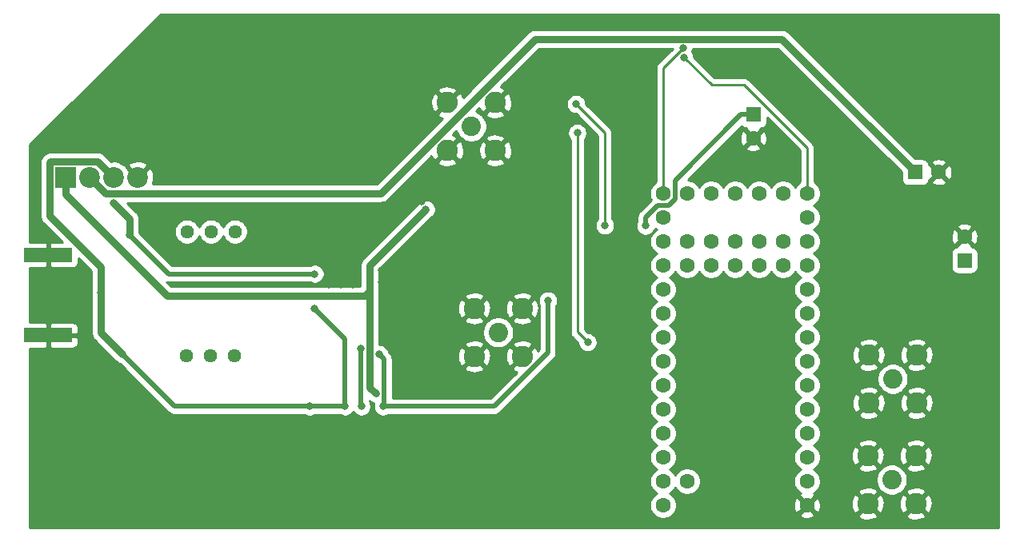
<source format=gbr>
%TF.GenerationSoftware,KiCad,Pcbnew,5.1.6-c6e7f7d~86~ubuntu18.04.1*%
%TF.CreationDate,2020-11-01T20:36:20-05:00*%
%TF.ProjectId,Senior-Design-Radar-Group,53656e69-6f72-42d4-9465-7369676e2d52,rev?*%
%TF.SameCoordinates,Original*%
%TF.FileFunction,Copper,L2,Bot*%
%TF.FilePolarity,Positive*%
%FSLAX46Y46*%
G04 Gerber Fmt 4.6, Leading zero omitted, Abs format (unit mm)*
G04 Created by KiCad (PCBNEW 5.1.6-c6e7f7d~86~ubuntu18.04.1) date 2020-11-01 20:36:20*
%MOMM*%
%LPD*%
G01*
G04 APERTURE LIST*
%TA.AperFunction,ComponentPad*%
%ADD10C,2.250000*%
%TD*%
%TA.AperFunction,ComponentPad*%
%ADD11C,2.050000*%
%TD*%
%TA.AperFunction,ComponentPad*%
%ADD12C,1.600000*%
%TD*%
%TA.AperFunction,ComponentPad*%
%ADD13C,1.440000*%
%TD*%
%TA.AperFunction,ComponentPad*%
%ADD14C,2.200000*%
%TD*%
%TA.AperFunction,ComponentPad*%
%ADD15R,2.200000X2.200000*%
%TD*%
%TA.AperFunction,SMDPad,CuDef*%
%ADD16R,5.080000X1.500000*%
%TD*%
%TA.AperFunction,ComponentPad*%
%ADD17R,1.600000X1.600000*%
%TD*%
%TA.AperFunction,ViaPad*%
%ADD18C,0.800000*%
%TD*%
%TA.AperFunction,Conductor*%
%ADD19C,0.762000*%
%TD*%
%TA.AperFunction,Conductor*%
%ADD20C,0.508000*%
%TD*%
%TA.AperFunction,Conductor*%
%ADD21C,0.254000*%
%TD*%
%TA.AperFunction,Conductor*%
%ADD22C,0.250000*%
%TD*%
G04 APERTURE END LIST*
D10*
%TO.P,J3,2*%
%TO.N,GND*%
X138074400Y-149225000D03*
X138074400Y-144145000D03*
X143154400Y-144145000D03*
X143154400Y-149225000D03*
D11*
%TO.P,J3,1*%
%TO.N,/DAC*%
X140614400Y-146685000D03*
%TD*%
D10*
%TO.P,J8,2*%
%TO.N,GND*%
X138171000Y-133470200D03*
X143251000Y-133470200D03*
X143251000Y-138550200D03*
X138171000Y-138550200D03*
D11*
%TO.P,J8,1*%
%TO.N,Net-(D2-Pad1)*%
X140711000Y-136010200D03*
%TD*%
D12*
%TO.P,U1,44*%
%TO.N,Net-(U1-Pad44)*%
X129108200Y-123977400D03*
%TO.P,U1,43*%
%TO.N,Net-(U1-Pad43)*%
X129108200Y-121437400D03*
%TO.P,U1,42*%
%TO.N,Net-(U1-Pad42)*%
X126568200Y-123977400D03*
%TO.P,U1,41*%
%TO.N,Net-(U1-Pad41)*%
X126568200Y-121437400D03*
%TO.P,U1,40*%
%TO.N,Net-(U1-Pad40)*%
X124028200Y-123977400D03*
%TO.P,U1,39*%
%TO.N,Net-(U1-Pad39)*%
X124028200Y-121437400D03*
%TO.P,U1,38*%
%TO.N,Net-(U1-Pad38)*%
X121488200Y-123977400D03*
%TO.P,U1,37*%
%TO.N,Net-(U1-Pad37)*%
X121488200Y-121437400D03*
%TO.P,U1,36*%
%TO.N,Net-(U1-Pad36)*%
X118948200Y-123977400D03*
%TO.P,U1,35*%
%TO.N,Net-(U1-Pad35)*%
X118948200Y-121437400D03*
%TO.P,U1,1*%
%TO.N,GND*%
X131648200Y-149377400D03*
%TO.P,U1,2*%
%TO.N,/DAC*%
X131648200Y-146837400D03*
%TO.P,U1,3*%
%TO.N,Net-(U1-Pad3)*%
X131648200Y-144297400D03*
%TO.P,U1,4*%
%TO.N,Net-(U1-Pad4)*%
X131648200Y-141757400D03*
%TO.P,U1,5*%
%TO.N,Net-(U1-Pad5)*%
X131648200Y-139217400D03*
%TO.P,U1,6*%
%TO.N,Net-(U1-Pad6)*%
X131648200Y-136677400D03*
%TO.P,U1,7*%
%TO.N,Net-(U1-Pad7)*%
X131648200Y-134137400D03*
%TO.P,U1,8*%
%TO.N,Net-(U1-Pad8)*%
X131648200Y-131597400D03*
%TO.P,U1,9*%
%TO.N,Net-(U1-Pad9)*%
X131648200Y-129057400D03*
%TO.P,U1,10*%
%TO.N,Net-(U1-Pad10)*%
X131648200Y-126517400D03*
%TO.P,U1,11*%
%TO.N,Net-(U1-Pad11)*%
X131648200Y-123977400D03*
%TO.P,U1,12*%
%TO.N,/!CS*%
X131648200Y-121437400D03*
%TO.P,U1,13*%
%TO.N,Net-(U1-Pad13)*%
X131648200Y-118897400D03*
%TO.P,U1,34*%
%TO.N,Net-(U1-Pad34)*%
X118948200Y-146837400D03*
%TO.P,U1,33*%
%TO.N,Net-(U1-Pad33)*%
X116408200Y-149377400D03*
%TO.P,U1,32*%
%TO.N,Net-(U1-Pad32)*%
X116408200Y-146837400D03*
%TO.P,U1,31*%
%TO.N,Net-(U1-Pad31)*%
X116408200Y-144297400D03*
%TO.P,U1,30*%
%TO.N,Net-(U1-Pad30)*%
X116408200Y-141757400D03*
%TO.P,U1,29*%
%TO.N,Net-(U1-Pad29)*%
X116408200Y-139217400D03*
%TO.P,U1,28*%
%TO.N,Net-(U1-Pad28)*%
X116408200Y-136677400D03*
%TO.P,U1,27*%
%TO.N,Net-(U1-Pad27)*%
X116408200Y-134137400D03*
%TO.P,U1,26*%
%TO.N,Net-(U1-Pad26)*%
X116408200Y-131597400D03*
%TO.P,U1,25*%
%TO.N,Net-(U1-Pad25)*%
X116408200Y-129057400D03*
%TO.P,U1,24*%
%TO.N,Net-(U1-Pad24)*%
X116408200Y-126517400D03*
%TO.P,U1,23*%
%TO.N,Net-(U1-Pad23)*%
X116408200Y-123977400D03*
%TO.P,U1,22*%
%TO.N,Net-(U1-Pad22)*%
X116408200Y-121437400D03*
%TO.P,U1,21*%
%TO.N,/Signal*%
X116408200Y-118897400D03*
%TO.P,U1,14*%
%TO.N,/SDO*%
X131648200Y-116357400D03*
%TO.P,U1,15*%
%TO.N,Net-(U1-Pad15)*%
X129108200Y-116357400D03*
%TO.P,U1,16*%
%TO.N,Net-(U1-Pad16)*%
X126568200Y-116357400D03*
%TO.P,U1,20*%
%TO.N,/SCK*%
X116408200Y-116357400D03*
%TO.P,U1,19*%
%TO.N,Net-(U1-Pad19)*%
X118948200Y-116357400D03*
%TO.P,U1,18*%
%TO.N,Net-(U1-Pad18)*%
X121488200Y-116357400D03*
%TO.P,U1,17*%
%TO.N,Net-(U1-Pad17)*%
X124028200Y-116357400D03*
%TD*%
D10*
%TO.P,J6,2*%
%TO.N,GND*%
X96418400Y-133629400D03*
X96418400Y-128549400D03*
X101498400Y-128549400D03*
X101498400Y-133629400D03*
D11*
%TO.P,J6,1*%
%TO.N,/Filter2/SIGNAL_OUT*%
X98958400Y-131089400D03*
%TD*%
D10*
%TO.P,J4,2*%
%TO.N,GND*%
X93573600Y-111810800D03*
X93573600Y-106730800D03*
X98653600Y-106730800D03*
X98653600Y-111810800D03*
D11*
%TO.P,J4,1*%
%TO.N,/filter1/Signal_OUT*%
X96113600Y-109270800D03*
%TD*%
D13*
%TO.P,RV2,3*%
%TO.N,Net-(RV2-Pad3)*%
X71069200Y-133578600D03*
%TO.P,RV2,2*%
%TO.N,/PostAMP/SIGNAL_OUT2*%
X68529200Y-133578600D03*
%TO.P,RV2,1*%
%TO.N,Net-(R11-Pad1)*%
X65989200Y-133578600D03*
%TD*%
%TO.P,RV1,3*%
%TO.N,Net-(RV1-Pad3)*%
X71120000Y-120421400D03*
%TO.P,RV1,2*%
%TO.N,/filter1/SIGNAL_IN*%
X68580000Y-120421400D03*
%TO.P,RV1,1*%
%TO.N,Net-(R10-Pad1)*%
X66040000Y-120421400D03*
%TD*%
D14*
%TO.P,J7,4*%
%TO.N,GND*%
X60782200Y-114655600D03*
%TO.P,J7,3*%
%TO.N,GND1*%
X58242200Y-114655600D03*
%TO.P,J7,2*%
%TO.N,+5V*%
X55702200Y-114655600D03*
D15*
%TO.P,J7,1*%
%TO.N,Vio*%
X53162200Y-114655600D03*
%TD*%
D16*
%TO.P,J2,2*%
%TO.N,GND*%
X51358800Y-131385200D03*
X51358800Y-122885200D03*
%TD*%
D12*
%TO.P,C3,2*%
%TO.N,GND*%
X148310600Y-120944000D03*
D17*
%TO.P,C3,1*%
%TO.N,+3V3*%
X148310600Y-123444000D03*
%TD*%
D12*
%TO.P,C2,2*%
%TO.N,GND*%
X125984000Y-110526200D03*
D17*
%TO.P,C2,1*%
%TO.N,+3V3*%
X125984000Y-108026200D03*
%TD*%
D12*
%TO.P,C1,2*%
%TO.N,GND*%
X145592800Y-114122200D03*
D17*
%TO.P,C1,1*%
%TO.N,+5V*%
X143092800Y-114122200D03*
%TD*%
D18*
%TO.N,GND*%
X90816860Y-117190955D03*
X81026000Y-123444000D03*
X82296000Y-123444000D03*
X83566000Y-123444000D03*
X83566000Y-124714000D03*
X82296000Y-124714000D03*
X81026000Y-124714000D03*
X81026000Y-125984000D03*
X82296000Y-125984000D03*
X83566000Y-125984000D03*
X77110111Y-123338111D03*
X76962000Y-122428000D03*
X75692000Y-122428000D03*
X74422000Y-122428000D03*
X74422000Y-123698000D03*
X75692000Y-123698000D03*
X86614000Y-124460000D03*
X86614000Y-125730000D03*
X87884000Y-125730000D03*
X89662000Y-125730000D03*
X90932000Y-125730000D03*
%TO.N,+3V3*%
X114554000Y-119786400D03*
%TO.N,GND1*%
X56896000Y-126847600D03*
X59156600Y-133375400D03*
X59969400Y-120777000D03*
X58293000Y-117398800D03*
X84388400Y-132816600D03*
X84485000Y-138933400D03*
X86350400Y-133400800D03*
X86771000Y-138933400D03*
X79502000Y-128524000D03*
X82757800Y-138933400D03*
X104216200Y-127711200D03*
X79552800Y-124891800D03*
X82757800Y-138933400D03*
X78998600Y-138933400D03*
%TO.N,Vio*%
X63906400Y-127228600D03*
X85369400Y-126720600D03*
X91313000Y-118059200D03*
X86029800Y-137566400D03*
%TO.N,/Signal*%
X107213400Y-106908600D03*
X110253299Y-119778299D03*
%TO.N,/Signal2*%
X108432600Y-132130800D03*
X107340400Y-109956600D03*
%TO.N,/SCK*%
X118510528Y-100974064D03*
%TO.N,/SDO*%
X118643400Y-101965200D03*
%TD*%
D19*
%TO.N,+5V*%
X102866455Y-99993063D02*
X128963663Y-99993063D01*
X57383201Y-116336601D02*
X86522917Y-116336601D01*
X128963663Y-99993063D02*
X143092800Y-114122200D01*
X86522917Y-116336601D02*
X102866455Y-99993063D01*
X55702200Y-114655600D02*
X57383201Y-116336601D01*
D20*
%TO.N,+3V3*%
X117694199Y-115008001D02*
X124676000Y-108026200D01*
X117694199Y-116959321D02*
X117694199Y-115008001D01*
X124676000Y-108026200D02*
X125984000Y-108026200D01*
X117010121Y-117643399D02*
X117694199Y-116959321D01*
X115806279Y-117643399D02*
X117010121Y-117643399D01*
X114554000Y-118895678D02*
X115806279Y-117643399D01*
X114554000Y-119786400D02*
X114554000Y-118895678D01*
D19*
%TO.N,GND1*%
X58242200Y-114655600D02*
X56561199Y-112974599D01*
X51597399Y-112974599D02*
X51481199Y-113090799D01*
X51481199Y-113090799D02*
X51481199Y-118740399D01*
X51481199Y-118740399D02*
X56896000Y-124155200D01*
X56561199Y-112974599D02*
X51597399Y-112974599D01*
X56896000Y-124155200D02*
X56896000Y-126847600D01*
X56896000Y-126847600D02*
X56896000Y-131114800D01*
X56896000Y-131114800D02*
X59156600Y-133375400D01*
X59969400Y-120777000D02*
X59969400Y-119075200D01*
X59969400Y-119075200D02*
X58293000Y-117398800D01*
D20*
X84388400Y-138836800D02*
X84485000Y-138933400D01*
X84388400Y-132816600D02*
X84388400Y-138836800D01*
X86883801Y-138820599D02*
X86771000Y-138933400D01*
X86883801Y-133934201D02*
X86883801Y-138820599D01*
X86350400Y-133400800D02*
X86883801Y-133934201D01*
X82757800Y-131779800D02*
X82757800Y-138933400D01*
X79502000Y-128524000D02*
X82757800Y-131779800D01*
X104216200Y-133248522D02*
X98531322Y-138933400D01*
X98531322Y-138933400D02*
X86771000Y-138933400D01*
X104216200Y-127711200D02*
X104216200Y-133248522D01*
X59969400Y-120777000D02*
X64084200Y-124891800D01*
X64084200Y-124891800D02*
X79552800Y-124891800D01*
X59156600Y-133375400D02*
X64714600Y-138933400D01*
X64714600Y-138933400D02*
X78998600Y-138933400D01*
X78998600Y-138933400D02*
X82757800Y-138933400D01*
D19*
%TO.N,Vio*%
X53162200Y-114655600D02*
X53162200Y-116484400D01*
X53162200Y-116484400D02*
X63906400Y-127228600D01*
X63906400Y-127228600D02*
X84861400Y-127228600D01*
X84861400Y-127228600D02*
X85369400Y-126720600D01*
X85369400Y-126720600D02*
X85369400Y-124002800D01*
X85369400Y-124002800D02*
X91313000Y-118059200D01*
X85369400Y-136906000D02*
X85369400Y-126720600D01*
X86029800Y-137566400D02*
X85369400Y-136906000D01*
D21*
%TO.N,/Signal*%
X110253299Y-109948499D02*
X110253299Y-119778299D01*
X107213400Y-106908600D02*
X110253299Y-109948499D01*
%TO.N,/Signal2*%
X108432600Y-132130800D02*
X107340400Y-131038600D01*
X107340400Y-131038600D02*
X107340400Y-109956600D01*
D22*
%TO.N,/SCK*%
X116408200Y-116357400D02*
X116408200Y-103076392D01*
X116408200Y-103076392D02*
X118510528Y-100974064D01*
%TO.N,/SDO*%
X118643400Y-101965200D02*
X121554800Y-104876600D01*
X131648200Y-111505398D02*
X131648200Y-116357400D01*
X125019402Y-104876600D02*
X131648200Y-111505398D01*
X121554800Y-104876600D02*
X125019402Y-104876600D01*
%TD*%
D21*
%TO.N,GND*%
G36*
X151892401Y-147084372D02*
G01*
X151892400Y-147084382D01*
X151892401Y-151790800D01*
X49377200Y-151790800D01*
X49377200Y-132772511D01*
X51073050Y-132770200D01*
X51231800Y-132611450D01*
X51231800Y-131512200D01*
X51485800Y-131512200D01*
X51485800Y-132611450D01*
X51644550Y-132770200D01*
X53898800Y-132773272D01*
X54023282Y-132761012D01*
X54142980Y-132724702D01*
X54253294Y-132665737D01*
X54349985Y-132586385D01*
X54429337Y-132489694D01*
X54488302Y-132379380D01*
X54524612Y-132259682D01*
X54536872Y-132135200D01*
X54533800Y-131670950D01*
X54375050Y-131512200D01*
X51485800Y-131512200D01*
X51231800Y-131512200D01*
X51211800Y-131512200D01*
X51211800Y-131258200D01*
X51231800Y-131258200D01*
X51231800Y-130158950D01*
X51485800Y-130158950D01*
X51485800Y-131258200D01*
X54375050Y-131258200D01*
X54533800Y-131099450D01*
X54536872Y-130635200D01*
X54524612Y-130510718D01*
X54488302Y-130391020D01*
X54429337Y-130280706D01*
X54349985Y-130184015D01*
X54253294Y-130104663D01*
X54142980Y-130045698D01*
X54023282Y-130009388D01*
X53898800Y-129997128D01*
X51644550Y-130000200D01*
X51485800Y-130158950D01*
X51231800Y-130158950D01*
X51073050Y-130000200D01*
X49377200Y-129997889D01*
X49377200Y-124272511D01*
X51073050Y-124270200D01*
X51231800Y-124111450D01*
X51231800Y-123012200D01*
X51211800Y-123012200D01*
X51211800Y-122758200D01*
X51231800Y-122758200D01*
X51231800Y-121658950D01*
X51073050Y-121500200D01*
X49377200Y-121497889D01*
X49377200Y-113090799D01*
X50460284Y-113090799D01*
X50465199Y-113140701D01*
X50465200Y-118690487D01*
X50460284Y-118740399D01*
X50479901Y-118939569D01*
X50519453Y-119069952D01*
X50537998Y-119131086D01*
X50632340Y-119307589D01*
X50759304Y-119462295D01*
X50798067Y-119494107D01*
X52802582Y-121498622D01*
X51644550Y-121500200D01*
X51485800Y-121658950D01*
X51485800Y-122758200D01*
X51505800Y-122758200D01*
X51505800Y-123012200D01*
X51485800Y-123012200D01*
X51485800Y-124111450D01*
X51644550Y-124270200D01*
X53898800Y-124273272D01*
X54023282Y-124261012D01*
X54142980Y-124224702D01*
X54253294Y-124165737D01*
X54349985Y-124086385D01*
X54429337Y-123989694D01*
X54488302Y-123879380D01*
X54524612Y-123759682D01*
X54536872Y-123635200D01*
X54534192Y-123230233D01*
X55880000Y-124576041D01*
X55880001Y-126650136D01*
X55861000Y-126745661D01*
X55861000Y-126949539D01*
X55880000Y-127045059D01*
X55880001Y-131064888D01*
X55875085Y-131114800D01*
X55894702Y-131313970D01*
X55942345Y-131471026D01*
X55952799Y-131505487D01*
X56047141Y-131681990D01*
X56174105Y-131836696D01*
X56212868Y-131868508D01*
X58298556Y-133954197D01*
X58352663Y-134035174D01*
X58496826Y-134179337D01*
X58666344Y-134292605D01*
X58854702Y-134370626D01*
X58904495Y-134380530D01*
X64055106Y-139531142D01*
X64082941Y-139565059D01*
X64116858Y-139592894D01*
X64116859Y-139592895D01*
X64159154Y-139627606D01*
X64218309Y-139676153D01*
X64372749Y-139758703D01*
X64467358Y-139787402D01*
X64540325Y-139809536D01*
X64556925Y-139811171D01*
X64670933Y-139822400D01*
X64670940Y-139822400D01*
X64714600Y-139826700D01*
X64758260Y-139822400D01*
X78466132Y-139822400D01*
X78508344Y-139850605D01*
X78696702Y-139928626D01*
X78896661Y-139968400D01*
X79100539Y-139968400D01*
X79300498Y-139928626D01*
X79488856Y-139850605D01*
X79531068Y-139822400D01*
X82225332Y-139822400D01*
X82267544Y-139850605D01*
X82455902Y-139928626D01*
X82655861Y-139968400D01*
X82859739Y-139968400D01*
X83059698Y-139928626D01*
X83248056Y-139850605D01*
X83417574Y-139737337D01*
X83561737Y-139593174D01*
X83621400Y-139503882D01*
X83681063Y-139593174D01*
X83825226Y-139737337D01*
X83994744Y-139850605D01*
X84183102Y-139928626D01*
X84383061Y-139968400D01*
X84586939Y-139968400D01*
X84786898Y-139928626D01*
X84975256Y-139850605D01*
X85144774Y-139737337D01*
X85288937Y-139593174D01*
X85402205Y-139423656D01*
X85480226Y-139235298D01*
X85520000Y-139035339D01*
X85520000Y-138831461D01*
X85480226Y-138631502D01*
X85402205Y-138443144D01*
X85320394Y-138320705D01*
X85370026Y-138370337D01*
X85539544Y-138483605D01*
X85727902Y-138561626D01*
X85798871Y-138575742D01*
X85775774Y-138631502D01*
X85736000Y-138831461D01*
X85736000Y-139035339D01*
X85775774Y-139235298D01*
X85853795Y-139423656D01*
X85967063Y-139593174D01*
X86111226Y-139737337D01*
X86280744Y-139850605D01*
X86469102Y-139928626D01*
X86669061Y-139968400D01*
X86872939Y-139968400D01*
X87072898Y-139928626D01*
X87261256Y-139850605D01*
X87303468Y-139822400D01*
X98487662Y-139822400D01*
X98531322Y-139826700D01*
X98574982Y-139822400D01*
X98574989Y-139822400D01*
X98705596Y-139809536D01*
X98873173Y-139758703D01*
X99027613Y-139676153D01*
X99162981Y-139565059D01*
X99190821Y-139531136D01*
X104813942Y-133908016D01*
X104847859Y-133880181D01*
X104958953Y-133744813D01*
X105041503Y-133590373D01*
X105087751Y-133437911D01*
X105092336Y-133422797D01*
X105109501Y-133248522D01*
X105105200Y-133204854D01*
X105105200Y-128243668D01*
X105133405Y-128201456D01*
X105211426Y-128013098D01*
X105251200Y-127813139D01*
X105251200Y-127609261D01*
X105211426Y-127409302D01*
X105133405Y-127220944D01*
X105020137Y-127051426D01*
X104875974Y-126907263D01*
X104706456Y-126793995D01*
X104518098Y-126715974D01*
X104318139Y-126676200D01*
X104114261Y-126676200D01*
X103914302Y-126715974D01*
X103725944Y-126793995D01*
X103556426Y-126907263D01*
X103412263Y-127051426D01*
X103298995Y-127220944D01*
X103220974Y-127409302D01*
X103181200Y-127609261D01*
X103181200Y-127813139D01*
X103220974Y-128013098D01*
X103298995Y-128201456D01*
X103327200Y-128243668D01*
X103327201Y-132880285D01*
X103159632Y-133047854D01*
X103109366Y-132899715D01*
X103000114Y-132695321D01*
X102722931Y-132584474D01*
X101678005Y-133629400D01*
X101692148Y-133643543D01*
X101512543Y-133823148D01*
X101498400Y-133809005D01*
X100453474Y-134853931D01*
X100564321Y-135131114D01*
X100875240Y-135284489D01*
X100912901Y-135294585D01*
X98163087Y-138044400D01*
X87772801Y-138044400D01*
X87772801Y-134853931D01*
X95373474Y-134853931D01*
X95484321Y-135131114D01*
X95795240Y-135284489D01*
X96130105Y-135374260D01*
X96476050Y-135396976D01*
X96819780Y-135351766D01*
X97148085Y-135240366D01*
X97352479Y-135131114D01*
X97463326Y-134853931D01*
X96418400Y-133809005D01*
X95373474Y-134853931D01*
X87772801Y-134853931D01*
X87772801Y-133977861D01*
X87777101Y-133934201D01*
X87772801Y-133890541D01*
X87772801Y-133890534D01*
X87759937Y-133759927D01*
X87755353Y-133744813D01*
X87737831Y-133687050D01*
X94650824Y-133687050D01*
X94696034Y-134030780D01*
X94807434Y-134359085D01*
X94916686Y-134563479D01*
X95193869Y-134674326D01*
X96238795Y-133629400D01*
X96598005Y-133629400D01*
X97642931Y-134674326D01*
X97920114Y-134563479D01*
X98073489Y-134252560D01*
X98163260Y-133917695D01*
X98178404Y-133687050D01*
X99730824Y-133687050D01*
X99776034Y-134030780D01*
X99887434Y-134359085D01*
X99996686Y-134563479D01*
X100273869Y-134674326D01*
X101318795Y-133629400D01*
X100273869Y-132584474D01*
X99996686Y-132695321D01*
X99843311Y-133006240D01*
X99753540Y-133341105D01*
X99730824Y-133687050D01*
X98178404Y-133687050D01*
X98185976Y-133571750D01*
X98140766Y-133228020D01*
X98029366Y-132899715D01*
X97920114Y-132695321D01*
X97642931Y-132584474D01*
X96598005Y-133629400D01*
X96238795Y-133629400D01*
X95193869Y-132584474D01*
X94916686Y-132695321D01*
X94763311Y-133006240D01*
X94673540Y-133341105D01*
X94650824Y-133687050D01*
X87737831Y-133687050D01*
X87709103Y-133592348D01*
X87643813Y-133470200D01*
X87626554Y-133437910D01*
X87515460Y-133302542D01*
X87481538Y-133274703D01*
X87355530Y-133148695D01*
X87345626Y-133098902D01*
X87267605Y-132910544D01*
X87154337Y-132741026D01*
X87010174Y-132596863D01*
X86840656Y-132483595D01*
X86652298Y-132405574D01*
X86648754Y-132404869D01*
X95373474Y-132404869D01*
X96418400Y-133449795D01*
X97463326Y-132404869D01*
X97352479Y-132127686D01*
X97041560Y-131974311D01*
X96706695Y-131884540D01*
X96360750Y-131861824D01*
X96017020Y-131907034D01*
X95688715Y-132018434D01*
X95484321Y-132127686D01*
X95373474Y-132404869D01*
X86648754Y-132404869D01*
X86452339Y-132365800D01*
X86385400Y-132365800D01*
X86385400Y-130925904D01*
X97298400Y-130925904D01*
X97298400Y-131252896D01*
X97362193Y-131573604D01*
X97487327Y-131875705D01*
X97668994Y-132147588D01*
X97900212Y-132378806D01*
X98172095Y-132560473D01*
X98474196Y-132685607D01*
X98794904Y-132749400D01*
X99121896Y-132749400D01*
X99442604Y-132685607D01*
X99744705Y-132560473D01*
X99977582Y-132404869D01*
X100453474Y-132404869D01*
X101498400Y-133449795D01*
X102543326Y-132404869D01*
X102432479Y-132127686D01*
X102121560Y-131974311D01*
X101786695Y-131884540D01*
X101440750Y-131861824D01*
X101097020Y-131907034D01*
X100768715Y-132018434D01*
X100564321Y-132127686D01*
X100453474Y-132404869D01*
X99977582Y-132404869D01*
X100016588Y-132378806D01*
X100247806Y-132147588D01*
X100429473Y-131875705D01*
X100554607Y-131573604D01*
X100618400Y-131252896D01*
X100618400Y-130925904D01*
X100554607Y-130605196D01*
X100429473Y-130303095D01*
X100247806Y-130031212D01*
X100016588Y-129799994D01*
X99977583Y-129773931D01*
X100453474Y-129773931D01*
X100564321Y-130051114D01*
X100875240Y-130204489D01*
X101210105Y-130294260D01*
X101556050Y-130316976D01*
X101899780Y-130271766D01*
X102228085Y-130160366D01*
X102432479Y-130051114D01*
X102543326Y-129773931D01*
X101498400Y-128729005D01*
X100453474Y-129773931D01*
X99977583Y-129773931D01*
X99744705Y-129618327D01*
X99442604Y-129493193D01*
X99121896Y-129429400D01*
X98794904Y-129429400D01*
X98474196Y-129493193D01*
X98172095Y-129618327D01*
X97900212Y-129799994D01*
X97668994Y-130031212D01*
X97487327Y-130303095D01*
X97362193Y-130605196D01*
X97298400Y-130925904D01*
X86385400Y-130925904D01*
X86385400Y-129773931D01*
X95373474Y-129773931D01*
X95484321Y-130051114D01*
X95795240Y-130204489D01*
X96130105Y-130294260D01*
X96476050Y-130316976D01*
X96819780Y-130271766D01*
X97148085Y-130160366D01*
X97352479Y-130051114D01*
X97463326Y-129773931D01*
X96418400Y-128729005D01*
X95373474Y-129773931D01*
X86385400Y-129773931D01*
X86385400Y-128607050D01*
X94650824Y-128607050D01*
X94696034Y-128950780D01*
X94807434Y-129279085D01*
X94916686Y-129483479D01*
X95193869Y-129594326D01*
X96238795Y-128549400D01*
X96598005Y-128549400D01*
X97642931Y-129594326D01*
X97920114Y-129483479D01*
X98073489Y-129172560D01*
X98163260Y-128837695D01*
X98178404Y-128607050D01*
X99730824Y-128607050D01*
X99776034Y-128950780D01*
X99887434Y-129279085D01*
X99996686Y-129483479D01*
X100273869Y-129594326D01*
X101318795Y-128549400D01*
X101678005Y-128549400D01*
X102722931Y-129594326D01*
X103000114Y-129483479D01*
X103153489Y-129172560D01*
X103243260Y-128837695D01*
X103265976Y-128491750D01*
X103220766Y-128148020D01*
X103109366Y-127819715D01*
X103000114Y-127615321D01*
X102722931Y-127504474D01*
X101678005Y-128549400D01*
X101318795Y-128549400D01*
X100273869Y-127504474D01*
X99996686Y-127615321D01*
X99843311Y-127926240D01*
X99753540Y-128261105D01*
X99730824Y-128607050D01*
X98178404Y-128607050D01*
X98185976Y-128491750D01*
X98140766Y-128148020D01*
X98029366Y-127819715D01*
X97920114Y-127615321D01*
X97642931Y-127504474D01*
X96598005Y-128549400D01*
X96238795Y-128549400D01*
X95193869Y-127504474D01*
X94916686Y-127615321D01*
X94763311Y-127926240D01*
X94673540Y-128261105D01*
X94650824Y-128607050D01*
X86385400Y-128607050D01*
X86385400Y-127324869D01*
X95373474Y-127324869D01*
X96418400Y-128369795D01*
X97463326Y-127324869D01*
X100453474Y-127324869D01*
X101498400Y-128369795D01*
X102543326Y-127324869D01*
X102432479Y-127047686D01*
X102121560Y-126894311D01*
X101786695Y-126804540D01*
X101440750Y-126781824D01*
X101097020Y-126827034D01*
X100768715Y-126938434D01*
X100564321Y-127047686D01*
X100453474Y-127324869D01*
X97463326Y-127324869D01*
X97352479Y-127047686D01*
X97041560Y-126894311D01*
X96706695Y-126804540D01*
X96360750Y-126781824D01*
X96017020Y-126827034D01*
X95688715Y-126938434D01*
X95484321Y-127047686D01*
X95373474Y-127324869D01*
X86385400Y-127324869D01*
X86385400Y-126918059D01*
X86404400Y-126822539D01*
X86404400Y-126618661D01*
X86385400Y-126523141D01*
X86385400Y-124423640D01*
X91891797Y-118917244D01*
X91972774Y-118863137D01*
X92116937Y-118718974D01*
X92230205Y-118549456D01*
X92308226Y-118361098D01*
X92348000Y-118161139D01*
X92348000Y-117957261D01*
X92308226Y-117757302D01*
X92230205Y-117568944D01*
X92116937Y-117399426D01*
X91972774Y-117255263D01*
X91803256Y-117141995D01*
X91614898Y-117063974D01*
X91414939Y-117024200D01*
X91211061Y-117024200D01*
X91011102Y-117063974D01*
X90822744Y-117141995D01*
X90653226Y-117255263D01*
X90509063Y-117399426D01*
X90454956Y-117480403D01*
X84686268Y-123249092D01*
X84647505Y-123280904D01*
X84520541Y-123435610D01*
X84501056Y-123472065D01*
X84426199Y-123612113D01*
X84368102Y-123803630D01*
X84348485Y-124002800D01*
X84353401Y-124052711D01*
X84353400Y-126212600D01*
X64327241Y-126212600D01*
X63870669Y-125756028D01*
X63909925Y-125767936D01*
X63926525Y-125769571D01*
X64040533Y-125780800D01*
X64040540Y-125780800D01*
X64084200Y-125785100D01*
X64127860Y-125780800D01*
X79020332Y-125780800D01*
X79062544Y-125809005D01*
X79250902Y-125887026D01*
X79450861Y-125926800D01*
X79654739Y-125926800D01*
X79854698Y-125887026D01*
X80043056Y-125809005D01*
X80212574Y-125695737D01*
X80356737Y-125551574D01*
X80470005Y-125382056D01*
X80548026Y-125193698D01*
X80587800Y-124993739D01*
X80587800Y-124789861D01*
X80548026Y-124589902D01*
X80470005Y-124401544D01*
X80356737Y-124232026D01*
X80212574Y-124087863D01*
X80043056Y-123974595D01*
X79854698Y-123896574D01*
X79654739Y-123856800D01*
X79450861Y-123856800D01*
X79250902Y-123896574D01*
X79062544Y-123974595D01*
X79020332Y-124002800D01*
X64452436Y-124002800D01*
X60985400Y-120535765D01*
X60985400Y-120287944D01*
X64685000Y-120287944D01*
X64685000Y-120554856D01*
X64737072Y-120816639D01*
X64839215Y-121063233D01*
X64987503Y-121285162D01*
X65176238Y-121473897D01*
X65398167Y-121622185D01*
X65644761Y-121724328D01*
X65906544Y-121776400D01*
X66173456Y-121776400D01*
X66435239Y-121724328D01*
X66681833Y-121622185D01*
X66903762Y-121473897D01*
X67092497Y-121285162D01*
X67240785Y-121063233D01*
X67310000Y-120896134D01*
X67379215Y-121063233D01*
X67527503Y-121285162D01*
X67716238Y-121473897D01*
X67938167Y-121622185D01*
X68184761Y-121724328D01*
X68446544Y-121776400D01*
X68713456Y-121776400D01*
X68975239Y-121724328D01*
X69221833Y-121622185D01*
X69443762Y-121473897D01*
X69632497Y-121285162D01*
X69780785Y-121063233D01*
X69850000Y-120896134D01*
X69919215Y-121063233D01*
X70067503Y-121285162D01*
X70256238Y-121473897D01*
X70478167Y-121622185D01*
X70724761Y-121724328D01*
X70986544Y-121776400D01*
X71253456Y-121776400D01*
X71515239Y-121724328D01*
X71761833Y-121622185D01*
X71983762Y-121473897D01*
X72172497Y-121285162D01*
X72320785Y-121063233D01*
X72422928Y-120816639D01*
X72475000Y-120554856D01*
X72475000Y-120287944D01*
X72422928Y-120026161D01*
X72320785Y-119779567D01*
X72172497Y-119557638D01*
X71983762Y-119368903D01*
X71761833Y-119220615D01*
X71515239Y-119118472D01*
X71253456Y-119066400D01*
X70986544Y-119066400D01*
X70724761Y-119118472D01*
X70478167Y-119220615D01*
X70256238Y-119368903D01*
X70067503Y-119557638D01*
X69919215Y-119779567D01*
X69850000Y-119946666D01*
X69780785Y-119779567D01*
X69632497Y-119557638D01*
X69443762Y-119368903D01*
X69221833Y-119220615D01*
X68975239Y-119118472D01*
X68713456Y-119066400D01*
X68446544Y-119066400D01*
X68184761Y-119118472D01*
X67938167Y-119220615D01*
X67716238Y-119368903D01*
X67527503Y-119557638D01*
X67379215Y-119779567D01*
X67310000Y-119946666D01*
X67240785Y-119779567D01*
X67092497Y-119557638D01*
X66903762Y-119368903D01*
X66681833Y-119220615D01*
X66435239Y-119118472D01*
X66173456Y-119066400D01*
X65906544Y-119066400D01*
X65644761Y-119118472D01*
X65398167Y-119220615D01*
X65176238Y-119368903D01*
X64987503Y-119557638D01*
X64839215Y-119779567D01*
X64737072Y-120026161D01*
X64685000Y-120287944D01*
X60985400Y-120287944D01*
X60985400Y-119125102D01*
X60990315Y-119075200D01*
X60970698Y-118876029D01*
X60912602Y-118684513D01*
X60818260Y-118508010D01*
X60786000Y-118468701D01*
X60691296Y-118353304D01*
X60652533Y-118321492D01*
X59683641Y-117352601D01*
X86473015Y-117352601D01*
X86522917Y-117357516D01*
X86572819Y-117352601D01*
X86722088Y-117337899D01*
X86913604Y-117279803D01*
X87090107Y-117185461D01*
X87244813Y-117058497D01*
X87276629Y-117019729D01*
X91261027Y-113035331D01*
X92528674Y-113035331D01*
X92639521Y-113312514D01*
X92950440Y-113465889D01*
X93285305Y-113555660D01*
X93631250Y-113578376D01*
X93974980Y-113533166D01*
X94303285Y-113421766D01*
X94507679Y-113312514D01*
X94618526Y-113035331D01*
X97608674Y-113035331D01*
X97719521Y-113312514D01*
X98030440Y-113465889D01*
X98365305Y-113555660D01*
X98711250Y-113578376D01*
X99054980Y-113533166D01*
X99383285Y-113421766D01*
X99587679Y-113312514D01*
X99698526Y-113035331D01*
X98653600Y-111990405D01*
X97608674Y-113035331D01*
X94618526Y-113035331D01*
X93573600Y-111990405D01*
X92528674Y-113035331D01*
X91261027Y-113035331D01*
X91910251Y-112386107D01*
X91962634Y-112540485D01*
X92071886Y-112744879D01*
X92349069Y-112855726D01*
X93393995Y-111810800D01*
X93753205Y-111810800D01*
X94798131Y-112855726D01*
X95075314Y-112744879D01*
X95228689Y-112433960D01*
X95318460Y-112099095D01*
X95333604Y-111868450D01*
X96886024Y-111868450D01*
X96931234Y-112212180D01*
X97042634Y-112540485D01*
X97151886Y-112744879D01*
X97429069Y-112855726D01*
X98473995Y-111810800D01*
X98833205Y-111810800D01*
X99878131Y-112855726D01*
X100155314Y-112744879D01*
X100308689Y-112433960D01*
X100398460Y-112099095D01*
X100421176Y-111753150D01*
X100375966Y-111409420D01*
X100264566Y-111081115D01*
X100155314Y-110876721D01*
X99878131Y-110765874D01*
X98833205Y-111810800D01*
X98473995Y-111810800D01*
X97429069Y-110765874D01*
X97151886Y-110876721D01*
X96998511Y-111187640D01*
X96908740Y-111522505D01*
X96886024Y-111868450D01*
X95333604Y-111868450D01*
X95341176Y-111753150D01*
X95295966Y-111409420D01*
X95184566Y-111081115D01*
X95075314Y-110876721D01*
X94798131Y-110765874D01*
X93753205Y-111810800D01*
X93393995Y-111810800D01*
X93379853Y-111796658D01*
X93559458Y-111617053D01*
X93573600Y-111631195D01*
X94618526Y-110586269D01*
X94507679Y-110309086D01*
X94196760Y-110155711D01*
X94152510Y-110143848D01*
X94524411Y-109771947D01*
X94642527Y-110057105D01*
X94824194Y-110328988D01*
X95055412Y-110560206D01*
X95327295Y-110741873D01*
X95629396Y-110867007D01*
X95950104Y-110930800D01*
X96277096Y-110930800D01*
X96597804Y-110867007D01*
X96899905Y-110741873D01*
X97132782Y-110586269D01*
X97608674Y-110586269D01*
X98653600Y-111631195D01*
X99698526Y-110586269D01*
X99587679Y-110309086D01*
X99276760Y-110155711D01*
X98941895Y-110065940D01*
X98595950Y-110043224D01*
X98252220Y-110088434D01*
X97923915Y-110199834D01*
X97719521Y-110309086D01*
X97608674Y-110586269D01*
X97132782Y-110586269D01*
X97171788Y-110560206D01*
X97403006Y-110328988D01*
X97584673Y-110057105D01*
X97668527Y-109854661D01*
X106305400Y-109854661D01*
X106305400Y-110058539D01*
X106345174Y-110258498D01*
X106423195Y-110446856D01*
X106536463Y-110616374D01*
X106578401Y-110658312D01*
X106578400Y-131001177D01*
X106574714Y-131038600D01*
X106578400Y-131076023D01*
X106578400Y-131076025D01*
X106589426Y-131187977D01*
X106632998Y-131331614D01*
X106632999Y-131331615D01*
X106703755Y-131463992D01*
X106709528Y-131471026D01*
X106798978Y-131580022D01*
X106828054Y-131603884D01*
X107397600Y-132173431D01*
X107397600Y-132232739D01*
X107437374Y-132432698D01*
X107515395Y-132621056D01*
X107628663Y-132790574D01*
X107772826Y-132934737D01*
X107942344Y-133048005D01*
X108130702Y-133126026D01*
X108330661Y-133165800D01*
X108534539Y-133165800D01*
X108734498Y-133126026D01*
X108922856Y-133048005D01*
X109092374Y-132934737D01*
X109236537Y-132790574D01*
X109349805Y-132621056D01*
X109427826Y-132432698D01*
X109467600Y-132232739D01*
X109467600Y-132028861D01*
X109427826Y-131828902D01*
X109349805Y-131640544D01*
X109236537Y-131471026D01*
X109092374Y-131326863D01*
X108922856Y-131213595D01*
X108734498Y-131135574D01*
X108534539Y-131095800D01*
X108475231Y-131095800D01*
X108102400Y-130722970D01*
X108102400Y-110658311D01*
X108144337Y-110616374D01*
X108257605Y-110446856D01*
X108335626Y-110258498D01*
X108375400Y-110058539D01*
X108375400Y-109854661D01*
X108335626Y-109654702D01*
X108257605Y-109466344D01*
X108144337Y-109296826D01*
X108000174Y-109152663D01*
X107830656Y-109039395D01*
X107642298Y-108961374D01*
X107442339Y-108921600D01*
X107238461Y-108921600D01*
X107038502Y-108961374D01*
X106850144Y-109039395D01*
X106680626Y-109152663D01*
X106536463Y-109296826D01*
X106423195Y-109466344D01*
X106345174Y-109654702D01*
X106305400Y-109854661D01*
X97668527Y-109854661D01*
X97709807Y-109755004D01*
X97773600Y-109434296D01*
X97773600Y-109107304D01*
X97709807Y-108786596D01*
X97584673Y-108484495D01*
X97403006Y-108212612D01*
X97171788Y-107981394D01*
X97132783Y-107955331D01*
X97608674Y-107955331D01*
X97719521Y-108232514D01*
X98030440Y-108385889D01*
X98365305Y-108475660D01*
X98711250Y-108498376D01*
X99054980Y-108453166D01*
X99383285Y-108341766D01*
X99587679Y-108232514D01*
X99698526Y-107955331D01*
X98653600Y-106910405D01*
X97608674Y-107955331D01*
X97132783Y-107955331D01*
X96899905Y-107799727D01*
X96614747Y-107681611D01*
X96990251Y-107306108D01*
X97042634Y-107460485D01*
X97151886Y-107664879D01*
X97429069Y-107775726D01*
X98473995Y-106730800D01*
X98833205Y-106730800D01*
X99878131Y-107775726D01*
X100155314Y-107664879D01*
X100308689Y-107353960D01*
X100398460Y-107019095D01*
X100412409Y-106806661D01*
X106178400Y-106806661D01*
X106178400Y-107010539D01*
X106218174Y-107210498D01*
X106296195Y-107398856D01*
X106409463Y-107568374D01*
X106553626Y-107712537D01*
X106723144Y-107825805D01*
X106911502Y-107903826D01*
X107111461Y-107943600D01*
X107170770Y-107943600D01*
X109491299Y-110264130D01*
X109491300Y-119076587D01*
X109449362Y-119118525D01*
X109336094Y-119288043D01*
X109258073Y-119476401D01*
X109218299Y-119676360D01*
X109218299Y-119880238D01*
X109258073Y-120080197D01*
X109336094Y-120268555D01*
X109449362Y-120438073D01*
X109593525Y-120582236D01*
X109763043Y-120695504D01*
X109951401Y-120773525D01*
X110151360Y-120813299D01*
X110355238Y-120813299D01*
X110555197Y-120773525D01*
X110743555Y-120695504D01*
X110913073Y-120582236D01*
X111057236Y-120438073D01*
X111170504Y-120268555D01*
X111248525Y-120080197D01*
X111288299Y-119880238D01*
X111288299Y-119676360D01*
X111248525Y-119476401D01*
X111170504Y-119288043D01*
X111057236Y-119118525D01*
X111015299Y-119076588D01*
X111015299Y-109985921D01*
X111018985Y-109948498D01*
X111009743Y-109854661D01*
X111004273Y-109799121D01*
X110960701Y-109655484D01*
X110889944Y-109523107D01*
X110794721Y-109407077D01*
X110765652Y-109383221D01*
X108248400Y-106865970D01*
X108248400Y-106806661D01*
X108208626Y-106606702D01*
X108130605Y-106418344D01*
X108017337Y-106248826D01*
X107873174Y-106104663D01*
X107703656Y-105991395D01*
X107515298Y-105913374D01*
X107315339Y-105873600D01*
X107111461Y-105873600D01*
X106911502Y-105913374D01*
X106723144Y-105991395D01*
X106553626Y-106104663D01*
X106409463Y-106248826D01*
X106296195Y-106418344D01*
X106218174Y-106606702D01*
X106178400Y-106806661D01*
X100412409Y-106806661D01*
X100421176Y-106673150D01*
X100375966Y-106329420D01*
X100264566Y-106001115D01*
X100155314Y-105796721D01*
X99878131Y-105685874D01*
X98833205Y-106730800D01*
X98473995Y-106730800D01*
X98459853Y-106716658D01*
X98639458Y-106537053D01*
X98653600Y-106551195D01*
X99698526Y-105506269D01*
X99587679Y-105229086D01*
X99276760Y-105075711D01*
X99232510Y-105063848D01*
X103287296Y-101009063D01*
X117400727Y-101009063D01*
X115897198Y-102512593D01*
X115868200Y-102536391D01*
X115844402Y-102565389D01*
X115844401Y-102565390D01*
X115773226Y-102652116D01*
X115702654Y-102784146D01*
X115659198Y-102927407D01*
X115644524Y-103076392D01*
X115648201Y-103113724D01*
X115648200Y-115139357D01*
X115493441Y-115242763D01*
X115293563Y-115442641D01*
X115136520Y-115677673D01*
X115028347Y-115938826D01*
X114973200Y-116216065D01*
X114973200Y-116498735D01*
X115028347Y-116775974D01*
X115136520Y-117037127D01*
X115144048Y-117048394D01*
X113956259Y-118236184D01*
X113922342Y-118264019D01*
X113894507Y-118297936D01*
X113894505Y-118297938D01*
X113811248Y-118399387D01*
X113728698Y-118553826D01*
X113677864Y-118721404D01*
X113670302Y-118798181D01*
X113665000Y-118852011D01*
X113665000Y-118852018D01*
X113660700Y-118895678D01*
X113665000Y-118939338D01*
X113665000Y-119253932D01*
X113636795Y-119296144D01*
X113558774Y-119484502D01*
X113519000Y-119684461D01*
X113519000Y-119888339D01*
X113558774Y-120088298D01*
X113636795Y-120276656D01*
X113750063Y-120446174D01*
X113894226Y-120590337D01*
X114063744Y-120703605D01*
X114252102Y-120781626D01*
X114452061Y-120821400D01*
X114655939Y-120821400D01*
X114855898Y-120781626D01*
X115044256Y-120703605D01*
X115213774Y-120590337D01*
X115357937Y-120446174D01*
X115471205Y-120276656D01*
X115549226Y-120088298D01*
X115556071Y-120053885D01*
X115725959Y-120167400D01*
X115493441Y-120322763D01*
X115293563Y-120522641D01*
X115136520Y-120757673D01*
X115028347Y-121018826D01*
X114973200Y-121296065D01*
X114973200Y-121578735D01*
X115028347Y-121855974D01*
X115136520Y-122117127D01*
X115293563Y-122352159D01*
X115493441Y-122552037D01*
X115725959Y-122707400D01*
X115493441Y-122862763D01*
X115293563Y-123062641D01*
X115136520Y-123297673D01*
X115028347Y-123558826D01*
X114973200Y-123836065D01*
X114973200Y-124118735D01*
X115028347Y-124395974D01*
X115136520Y-124657127D01*
X115293563Y-124892159D01*
X115493441Y-125092037D01*
X115725959Y-125247400D01*
X115493441Y-125402763D01*
X115293563Y-125602641D01*
X115136520Y-125837673D01*
X115028347Y-126098826D01*
X114973200Y-126376065D01*
X114973200Y-126658735D01*
X115028347Y-126935974D01*
X115136520Y-127197127D01*
X115293563Y-127432159D01*
X115493441Y-127632037D01*
X115725959Y-127787400D01*
X115493441Y-127942763D01*
X115293563Y-128142641D01*
X115136520Y-128377673D01*
X115028347Y-128638826D01*
X114973200Y-128916065D01*
X114973200Y-129198735D01*
X115028347Y-129475974D01*
X115136520Y-129737127D01*
X115293563Y-129972159D01*
X115493441Y-130172037D01*
X115725959Y-130327400D01*
X115493441Y-130482763D01*
X115293563Y-130682641D01*
X115136520Y-130917673D01*
X115028347Y-131178826D01*
X114973200Y-131456065D01*
X114973200Y-131738735D01*
X115028347Y-132015974D01*
X115136520Y-132277127D01*
X115293563Y-132512159D01*
X115493441Y-132712037D01*
X115725959Y-132867400D01*
X115493441Y-133022763D01*
X115293563Y-133222641D01*
X115136520Y-133457673D01*
X115028347Y-133718826D01*
X114973200Y-133996065D01*
X114973200Y-134278735D01*
X115028347Y-134555974D01*
X115136520Y-134817127D01*
X115293563Y-135052159D01*
X115493441Y-135252037D01*
X115725959Y-135407400D01*
X115493441Y-135562763D01*
X115293563Y-135762641D01*
X115136520Y-135997673D01*
X115028347Y-136258826D01*
X114973200Y-136536065D01*
X114973200Y-136818735D01*
X115028347Y-137095974D01*
X115136520Y-137357127D01*
X115293563Y-137592159D01*
X115493441Y-137792037D01*
X115725959Y-137947400D01*
X115493441Y-138102763D01*
X115293563Y-138302641D01*
X115136520Y-138537673D01*
X115028347Y-138798826D01*
X114973200Y-139076065D01*
X114973200Y-139358735D01*
X115028347Y-139635974D01*
X115136520Y-139897127D01*
X115293563Y-140132159D01*
X115493441Y-140332037D01*
X115725959Y-140487400D01*
X115493441Y-140642763D01*
X115293563Y-140842641D01*
X115136520Y-141077673D01*
X115028347Y-141338826D01*
X114973200Y-141616065D01*
X114973200Y-141898735D01*
X115028347Y-142175974D01*
X115136520Y-142437127D01*
X115293563Y-142672159D01*
X115493441Y-142872037D01*
X115725959Y-143027400D01*
X115493441Y-143182763D01*
X115293563Y-143382641D01*
X115136520Y-143617673D01*
X115028347Y-143878826D01*
X114973200Y-144156065D01*
X114973200Y-144438735D01*
X115028347Y-144715974D01*
X115136520Y-144977127D01*
X115293563Y-145212159D01*
X115493441Y-145412037D01*
X115725959Y-145567400D01*
X115493441Y-145722763D01*
X115293563Y-145922641D01*
X115136520Y-146157673D01*
X115028347Y-146418826D01*
X114973200Y-146696065D01*
X114973200Y-146978735D01*
X115028347Y-147255974D01*
X115136520Y-147517127D01*
X115293563Y-147752159D01*
X115493441Y-147952037D01*
X115725959Y-148107400D01*
X115493441Y-148262763D01*
X115293563Y-148462641D01*
X115136520Y-148697673D01*
X115028347Y-148958826D01*
X114973200Y-149236065D01*
X114973200Y-149518735D01*
X115028347Y-149795974D01*
X115136520Y-150057127D01*
X115293563Y-150292159D01*
X115493441Y-150492037D01*
X115728473Y-150649080D01*
X115989626Y-150757253D01*
X116266865Y-150812400D01*
X116549535Y-150812400D01*
X116826774Y-150757253D01*
X117087927Y-150649080D01*
X117322959Y-150492037D01*
X117444894Y-150370102D01*
X130835103Y-150370102D01*
X130906686Y-150614071D01*
X131162196Y-150734971D01*
X131436384Y-150803700D01*
X131718712Y-150817617D01*
X131998330Y-150776187D01*
X132264492Y-150681003D01*
X132389714Y-150614071D01*
X132437991Y-150449531D01*
X137029474Y-150449531D01*
X137140321Y-150726714D01*
X137451240Y-150880089D01*
X137786105Y-150969860D01*
X138132050Y-150992576D01*
X138475780Y-150947366D01*
X138804085Y-150835966D01*
X139008479Y-150726714D01*
X139119326Y-150449531D01*
X142109474Y-150449531D01*
X142220321Y-150726714D01*
X142531240Y-150880089D01*
X142866105Y-150969860D01*
X143212050Y-150992576D01*
X143555780Y-150947366D01*
X143884085Y-150835966D01*
X144088479Y-150726714D01*
X144199326Y-150449531D01*
X143154400Y-149404605D01*
X142109474Y-150449531D01*
X139119326Y-150449531D01*
X138074400Y-149404605D01*
X137029474Y-150449531D01*
X132437991Y-150449531D01*
X132461297Y-150370102D01*
X131648200Y-149557005D01*
X130835103Y-150370102D01*
X117444894Y-150370102D01*
X117522837Y-150292159D01*
X117679880Y-150057127D01*
X117788053Y-149795974D01*
X117843200Y-149518735D01*
X117843200Y-149447912D01*
X130207983Y-149447912D01*
X130249413Y-149727530D01*
X130344597Y-149993692D01*
X130411529Y-150118914D01*
X130655498Y-150190497D01*
X131468595Y-149377400D01*
X131827805Y-149377400D01*
X132640902Y-150190497D01*
X132884871Y-150118914D01*
X133005771Y-149863404D01*
X133074500Y-149589216D01*
X133088417Y-149306888D01*
X133084826Y-149282650D01*
X136306824Y-149282650D01*
X136352034Y-149626380D01*
X136463434Y-149954685D01*
X136572686Y-150159079D01*
X136849869Y-150269926D01*
X137894795Y-149225000D01*
X138254005Y-149225000D01*
X139298931Y-150269926D01*
X139576114Y-150159079D01*
X139729489Y-149848160D01*
X139819260Y-149513295D01*
X139834404Y-149282650D01*
X141386824Y-149282650D01*
X141432034Y-149626380D01*
X141543434Y-149954685D01*
X141652686Y-150159079D01*
X141929869Y-150269926D01*
X142974795Y-149225000D01*
X143334005Y-149225000D01*
X144378931Y-150269926D01*
X144656114Y-150159079D01*
X144809489Y-149848160D01*
X144899260Y-149513295D01*
X144921976Y-149167350D01*
X144876766Y-148823620D01*
X144765366Y-148495315D01*
X144656114Y-148290921D01*
X144378931Y-148180074D01*
X143334005Y-149225000D01*
X142974795Y-149225000D01*
X141929869Y-148180074D01*
X141652686Y-148290921D01*
X141499311Y-148601840D01*
X141409540Y-148936705D01*
X141386824Y-149282650D01*
X139834404Y-149282650D01*
X139841976Y-149167350D01*
X139796766Y-148823620D01*
X139685366Y-148495315D01*
X139576114Y-148290921D01*
X139298931Y-148180074D01*
X138254005Y-149225000D01*
X137894795Y-149225000D01*
X136849869Y-148180074D01*
X136572686Y-148290921D01*
X136419311Y-148601840D01*
X136329540Y-148936705D01*
X136306824Y-149282650D01*
X133084826Y-149282650D01*
X133046987Y-149027270D01*
X132951803Y-148761108D01*
X132884871Y-148635886D01*
X132640902Y-148564303D01*
X131827805Y-149377400D01*
X131468595Y-149377400D01*
X130655498Y-148564303D01*
X130411529Y-148635886D01*
X130290629Y-148891396D01*
X130221900Y-149165584D01*
X130207983Y-149447912D01*
X117843200Y-149447912D01*
X117843200Y-149236065D01*
X117788053Y-148958826D01*
X117679880Y-148697673D01*
X117522837Y-148462641D01*
X117322959Y-148262763D01*
X117090441Y-148107400D01*
X117322959Y-147952037D01*
X117522837Y-147752159D01*
X117678200Y-147519641D01*
X117833563Y-147752159D01*
X118033441Y-147952037D01*
X118268473Y-148109080D01*
X118529626Y-148217253D01*
X118806865Y-148272400D01*
X119089535Y-148272400D01*
X119366774Y-148217253D01*
X119627927Y-148109080D01*
X119862959Y-147952037D01*
X120062837Y-147752159D01*
X120219880Y-147517127D01*
X120328053Y-147255974D01*
X120383200Y-146978735D01*
X120383200Y-146696065D01*
X120328053Y-146418826D01*
X120219880Y-146157673D01*
X120062837Y-145922641D01*
X119862959Y-145722763D01*
X119627927Y-145565720D01*
X119366774Y-145457547D01*
X119089535Y-145402400D01*
X118806865Y-145402400D01*
X118529626Y-145457547D01*
X118268473Y-145565720D01*
X118033441Y-145722763D01*
X117833563Y-145922641D01*
X117678200Y-146155159D01*
X117522837Y-145922641D01*
X117322959Y-145722763D01*
X117090441Y-145567400D01*
X117322959Y-145412037D01*
X117522837Y-145212159D01*
X117679880Y-144977127D01*
X117788053Y-144715974D01*
X117843200Y-144438735D01*
X117843200Y-144156065D01*
X117788053Y-143878826D01*
X117679880Y-143617673D01*
X117522837Y-143382641D01*
X117322959Y-143182763D01*
X117090441Y-143027400D01*
X117322959Y-142872037D01*
X117522837Y-142672159D01*
X117679880Y-142437127D01*
X117788053Y-142175974D01*
X117843200Y-141898735D01*
X117843200Y-141616065D01*
X117788053Y-141338826D01*
X117679880Y-141077673D01*
X117522837Y-140842641D01*
X117322959Y-140642763D01*
X117090441Y-140487400D01*
X117322959Y-140332037D01*
X117522837Y-140132159D01*
X117679880Y-139897127D01*
X117788053Y-139635974D01*
X117843200Y-139358735D01*
X117843200Y-139076065D01*
X117788053Y-138798826D01*
X117679880Y-138537673D01*
X117522837Y-138302641D01*
X117322959Y-138102763D01*
X117090441Y-137947400D01*
X117322959Y-137792037D01*
X117522837Y-137592159D01*
X117679880Y-137357127D01*
X117788053Y-137095974D01*
X117843200Y-136818735D01*
X117843200Y-136536065D01*
X117788053Y-136258826D01*
X117679880Y-135997673D01*
X117522837Y-135762641D01*
X117322959Y-135562763D01*
X117090441Y-135407400D01*
X117322959Y-135252037D01*
X117522837Y-135052159D01*
X117679880Y-134817127D01*
X117788053Y-134555974D01*
X117843200Y-134278735D01*
X117843200Y-133996065D01*
X117788053Y-133718826D01*
X117679880Y-133457673D01*
X117522837Y-133222641D01*
X117322959Y-133022763D01*
X117090441Y-132867400D01*
X117322959Y-132712037D01*
X117522837Y-132512159D01*
X117679880Y-132277127D01*
X117788053Y-132015974D01*
X117843200Y-131738735D01*
X117843200Y-131456065D01*
X117788053Y-131178826D01*
X117679880Y-130917673D01*
X117522837Y-130682641D01*
X117322959Y-130482763D01*
X117090441Y-130327400D01*
X117322959Y-130172037D01*
X117522837Y-129972159D01*
X117679880Y-129737127D01*
X117788053Y-129475974D01*
X117843200Y-129198735D01*
X117843200Y-128916065D01*
X117788053Y-128638826D01*
X117679880Y-128377673D01*
X117522837Y-128142641D01*
X117322959Y-127942763D01*
X117090441Y-127787400D01*
X117322959Y-127632037D01*
X117522837Y-127432159D01*
X117679880Y-127197127D01*
X117788053Y-126935974D01*
X117843200Y-126658735D01*
X117843200Y-126376065D01*
X117788053Y-126098826D01*
X117679880Y-125837673D01*
X117522837Y-125602641D01*
X117322959Y-125402763D01*
X117090441Y-125247400D01*
X117322959Y-125092037D01*
X117522837Y-124892159D01*
X117678200Y-124659641D01*
X117833563Y-124892159D01*
X118033441Y-125092037D01*
X118268473Y-125249080D01*
X118529626Y-125357253D01*
X118806865Y-125412400D01*
X119089535Y-125412400D01*
X119366774Y-125357253D01*
X119627927Y-125249080D01*
X119862959Y-125092037D01*
X120062837Y-124892159D01*
X120218200Y-124659641D01*
X120373563Y-124892159D01*
X120573441Y-125092037D01*
X120808473Y-125249080D01*
X121069626Y-125357253D01*
X121346865Y-125412400D01*
X121629535Y-125412400D01*
X121906774Y-125357253D01*
X122167927Y-125249080D01*
X122402959Y-125092037D01*
X122602837Y-124892159D01*
X122758200Y-124659641D01*
X122913563Y-124892159D01*
X123113441Y-125092037D01*
X123348473Y-125249080D01*
X123609626Y-125357253D01*
X123886865Y-125412400D01*
X124169535Y-125412400D01*
X124446774Y-125357253D01*
X124707927Y-125249080D01*
X124942959Y-125092037D01*
X125142837Y-124892159D01*
X125298200Y-124659641D01*
X125453563Y-124892159D01*
X125653441Y-125092037D01*
X125888473Y-125249080D01*
X126149626Y-125357253D01*
X126426865Y-125412400D01*
X126709535Y-125412400D01*
X126986774Y-125357253D01*
X127247927Y-125249080D01*
X127482959Y-125092037D01*
X127682837Y-124892159D01*
X127838200Y-124659641D01*
X127993563Y-124892159D01*
X128193441Y-125092037D01*
X128428473Y-125249080D01*
X128689626Y-125357253D01*
X128966865Y-125412400D01*
X129249535Y-125412400D01*
X129526774Y-125357253D01*
X129787927Y-125249080D01*
X130022959Y-125092037D01*
X130222837Y-124892159D01*
X130378200Y-124659641D01*
X130533563Y-124892159D01*
X130733441Y-125092037D01*
X130965959Y-125247400D01*
X130733441Y-125402763D01*
X130533563Y-125602641D01*
X130376520Y-125837673D01*
X130268347Y-126098826D01*
X130213200Y-126376065D01*
X130213200Y-126658735D01*
X130268347Y-126935974D01*
X130376520Y-127197127D01*
X130533563Y-127432159D01*
X130733441Y-127632037D01*
X130965959Y-127787400D01*
X130733441Y-127942763D01*
X130533563Y-128142641D01*
X130376520Y-128377673D01*
X130268347Y-128638826D01*
X130213200Y-128916065D01*
X130213200Y-129198735D01*
X130268347Y-129475974D01*
X130376520Y-129737127D01*
X130533563Y-129972159D01*
X130733441Y-130172037D01*
X130965959Y-130327400D01*
X130733441Y-130482763D01*
X130533563Y-130682641D01*
X130376520Y-130917673D01*
X130268347Y-131178826D01*
X130213200Y-131456065D01*
X130213200Y-131738735D01*
X130268347Y-132015974D01*
X130376520Y-132277127D01*
X130533563Y-132512159D01*
X130733441Y-132712037D01*
X130965959Y-132867400D01*
X130733441Y-133022763D01*
X130533563Y-133222641D01*
X130376520Y-133457673D01*
X130268347Y-133718826D01*
X130213200Y-133996065D01*
X130213200Y-134278735D01*
X130268347Y-134555974D01*
X130376520Y-134817127D01*
X130533563Y-135052159D01*
X130733441Y-135252037D01*
X130965959Y-135407400D01*
X130733441Y-135562763D01*
X130533563Y-135762641D01*
X130376520Y-135997673D01*
X130268347Y-136258826D01*
X130213200Y-136536065D01*
X130213200Y-136818735D01*
X130268347Y-137095974D01*
X130376520Y-137357127D01*
X130533563Y-137592159D01*
X130733441Y-137792037D01*
X130965959Y-137947400D01*
X130733441Y-138102763D01*
X130533563Y-138302641D01*
X130376520Y-138537673D01*
X130268347Y-138798826D01*
X130213200Y-139076065D01*
X130213200Y-139358735D01*
X130268347Y-139635974D01*
X130376520Y-139897127D01*
X130533563Y-140132159D01*
X130733441Y-140332037D01*
X130965959Y-140487400D01*
X130733441Y-140642763D01*
X130533563Y-140842641D01*
X130376520Y-141077673D01*
X130268347Y-141338826D01*
X130213200Y-141616065D01*
X130213200Y-141898735D01*
X130268347Y-142175974D01*
X130376520Y-142437127D01*
X130533563Y-142672159D01*
X130733441Y-142872037D01*
X130965959Y-143027400D01*
X130733441Y-143182763D01*
X130533563Y-143382641D01*
X130376520Y-143617673D01*
X130268347Y-143878826D01*
X130213200Y-144156065D01*
X130213200Y-144438735D01*
X130268347Y-144715974D01*
X130376520Y-144977127D01*
X130533563Y-145212159D01*
X130733441Y-145412037D01*
X130965959Y-145567400D01*
X130733441Y-145722763D01*
X130533563Y-145922641D01*
X130376520Y-146157673D01*
X130268347Y-146418826D01*
X130213200Y-146696065D01*
X130213200Y-146978735D01*
X130268347Y-147255974D01*
X130376520Y-147517127D01*
X130533563Y-147752159D01*
X130733441Y-147952037D01*
X130967328Y-148108315D01*
X130906686Y-148140729D01*
X130835103Y-148384698D01*
X131648200Y-149197795D01*
X132461297Y-148384698D01*
X132389714Y-148140729D01*
X132325208Y-148110206D01*
X132327927Y-148109080D01*
X132490475Y-148000469D01*
X137029474Y-148000469D01*
X138074400Y-149045395D01*
X139119326Y-148000469D01*
X139008479Y-147723286D01*
X138697560Y-147569911D01*
X138362695Y-147480140D01*
X138016750Y-147457424D01*
X137673020Y-147502634D01*
X137344715Y-147614034D01*
X137140321Y-147723286D01*
X137029474Y-148000469D01*
X132490475Y-148000469D01*
X132562959Y-147952037D01*
X132762837Y-147752159D01*
X132919880Y-147517127D01*
X133028053Y-147255974D01*
X133083200Y-146978735D01*
X133083200Y-146696065D01*
X133048478Y-146521504D01*
X138954400Y-146521504D01*
X138954400Y-146848496D01*
X139018193Y-147169204D01*
X139143327Y-147471305D01*
X139324994Y-147743188D01*
X139556212Y-147974406D01*
X139828095Y-148156073D01*
X140130196Y-148281207D01*
X140450904Y-148345000D01*
X140777896Y-148345000D01*
X141098604Y-148281207D01*
X141400705Y-148156073D01*
X141633582Y-148000469D01*
X142109474Y-148000469D01*
X143154400Y-149045395D01*
X144199326Y-148000469D01*
X144088479Y-147723286D01*
X143777560Y-147569911D01*
X143442695Y-147480140D01*
X143096750Y-147457424D01*
X142753020Y-147502634D01*
X142424715Y-147614034D01*
X142220321Y-147723286D01*
X142109474Y-148000469D01*
X141633582Y-148000469D01*
X141672588Y-147974406D01*
X141903806Y-147743188D01*
X142085473Y-147471305D01*
X142210607Y-147169204D01*
X142274400Y-146848496D01*
X142274400Y-146521504D01*
X142210607Y-146200796D01*
X142085473Y-145898695D01*
X141903806Y-145626812D01*
X141672588Y-145395594D01*
X141633583Y-145369531D01*
X142109474Y-145369531D01*
X142220321Y-145646714D01*
X142531240Y-145800089D01*
X142866105Y-145889860D01*
X143212050Y-145912576D01*
X143555780Y-145867366D01*
X143884085Y-145755966D01*
X144088479Y-145646714D01*
X144199326Y-145369531D01*
X143154400Y-144324605D01*
X142109474Y-145369531D01*
X141633583Y-145369531D01*
X141400705Y-145213927D01*
X141098604Y-145088793D01*
X140777896Y-145025000D01*
X140450904Y-145025000D01*
X140130196Y-145088793D01*
X139828095Y-145213927D01*
X139556212Y-145395594D01*
X139324994Y-145626812D01*
X139143327Y-145898695D01*
X139018193Y-146200796D01*
X138954400Y-146521504D01*
X133048478Y-146521504D01*
X133028053Y-146418826D01*
X132919880Y-146157673D01*
X132762837Y-145922641D01*
X132562959Y-145722763D01*
X132330441Y-145567400D01*
X132562959Y-145412037D01*
X132605465Y-145369531D01*
X137029474Y-145369531D01*
X137140321Y-145646714D01*
X137451240Y-145800089D01*
X137786105Y-145889860D01*
X138132050Y-145912576D01*
X138475780Y-145867366D01*
X138804085Y-145755966D01*
X139008479Y-145646714D01*
X139119326Y-145369531D01*
X138074400Y-144324605D01*
X137029474Y-145369531D01*
X132605465Y-145369531D01*
X132762837Y-145212159D01*
X132919880Y-144977127D01*
X133028053Y-144715974D01*
X133083200Y-144438735D01*
X133083200Y-144202650D01*
X136306824Y-144202650D01*
X136352034Y-144546380D01*
X136463434Y-144874685D01*
X136572686Y-145079079D01*
X136849869Y-145189926D01*
X137894795Y-144145000D01*
X138254005Y-144145000D01*
X139298931Y-145189926D01*
X139576114Y-145079079D01*
X139729489Y-144768160D01*
X139819260Y-144433295D01*
X139834404Y-144202650D01*
X141386824Y-144202650D01*
X141432034Y-144546380D01*
X141543434Y-144874685D01*
X141652686Y-145079079D01*
X141929869Y-145189926D01*
X142974795Y-144145000D01*
X143334005Y-144145000D01*
X144378931Y-145189926D01*
X144656114Y-145079079D01*
X144809489Y-144768160D01*
X144899260Y-144433295D01*
X144921976Y-144087350D01*
X144876766Y-143743620D01*
X144765366Y-143415315D01*
X144656114Y-143210921D01*
X144378931Y-143100074D01*
X143334005Y-144145000D01*
X142974795Y-144145000D01*
X141929869Y-143100074D01*
X141652686Y-143210921D01*
X141499311Y-143521840D01*
X141409540Y-143856705D01*
X141386824Y-144202650D01*
X139834404Y-144202650D01*
X139841976Y-144087350D01*
X139796766Y-143743620D01*
X139685366Y-143415315D01*
X139576114Y-143210921D01*
X139298931Y-143100074D01*
X138254005Y-144145000D01*
X137894795Y-144145000D01*
X136849869Y-143100074D01*
X136572686Y-143210921D01*
X136419311Y-143521840D01*
X136329540Y-143856705D01*
X136306824Y-144202650D01*
X133083200Y-144202650D01*
X133083200Y-144156065D01*
X133028053Y-143878826D01*
X132919880Y-143617673D01*
X132762837Y-143382641D01*
X132562959Y-143182763D01*
X132330441Y-143027400D01*
X132490475Y-142920469D01*
X137029474Y-142920469D01*
X138074400Y-143965395D01*
X139119326Y-142920469D01*
X142109474Y-142920469D01*
X143154400Y-143965395D01*
X144199326Y-142920469D01*
X144088479Y-142643286D01*
X143777560Y-142489911D01*
X143442695Y-142400140D01*
X143096750Y-142377424D01*
X142753020Y-142422634D01*
X142424715Y-142534034D01*
X142220321Y-142643286D01*
X142109474Y-142920469D01*
X139119326Y-142920469D01*
X139008479Y-142643286D01*
X138697560Y-142489911D01*
X138362695Y-142400140D01*
X138016750Y-142377424D01*
X137673020Y-142422634D01*
X137344715Y-142534034D01*
X137140321Y-142643286D01*
X137029474Y-142920469D01*
X132490475Y-142920469D01*
X132562959Y-142872037D01*
X132762837Y-142672159D01*
X132919880Y-142437127D01*
X133028053Y-142175974D01*
X133083200Y-141898735D01*
X133083200Y-141616065D01*
X133028053Y-141338826D01*
X132919880Y-141077673D01*
X132762837Y-140842641D01*
X132562959Y-140642763D01*
X132330441Y-140487400D01*
X132562959Y-140332037D01*
X132762837Y-140132159D01*
X132919880Y-139897127D01*
X132970578Y-139774731D01*
X137126074Y-139774731D01*
X137236921Y-140051914D01*
X137547840Y-140205289D01*
X137882705Y-140295060D01*
X138228650Y-140317776D01*
X138572380Y-140272566D01*
X138900685Y-140161166D01*
X139105079Y-140051914D01*
X139215926Y-139774731D01*
X142206074Y-139774731D01*
X142316921Y-140051914D01*
X142627840Y-140205289D01*
X142962705Y-140295060D01*
X143308650Y-140317776D01*
X143652380Y-140272566D01*
X143980685Y-140161166D01*
X144185079Y-140051914D01*
X144295926Y-139774731D01*
X143251000Y-138729805D01*
X142206074Y-139774731D01*
X139215926Y-139774731D01*
X138171000Y-138729805D01*
X137126074Y-139774731D01*
X132970578Y-139774731D01*
X133028053Y-139635974D01*
X133083200Y-139358735D01*
X133083200Y-139076065D01*
X133028053Y-138798826D01*
X132948949Y-138607850D01*
X136403424Y-138607850D01*
X136448634Y-138951580D01*
X136560034Y-139279885D01*
X136669286Y-139484279D01*
X136946469Y-139595126D01*
X137991395Y-138550200D01*
X138350605Y-138550200D01*
X139395531Y-139595126D01*
X139672714Y-139484279D01*
X139826089Y-139173360D01*
X139915860Y-138838495D01*
X139931004Y-138607850D01*
X141483424Y-138607850D01*
X141528634Y-138951580D01*
X141640034Y-139279885D01*
X141749286Y-139484279D01*
X142026469Y-139595126D01*
X143071395Y-138550200D01*
X143430605Y-138550200D01*
X144475531Y-139595126D01*
X144752714Y-139484279D01*
X144906089Y-139173360D01*
X144995860Y-138838495D01*
X145018576Y-138492550D01*
X144973366Y-138148820D01*
X144861966Y-137820515D01*
X144752714Y-137616121D01*
X144475531Y-137505274D01*
X143430605Y-138550200D01*
X143071395Y-138550200D01*
X142026469Y-137505274D01*
X141749286Y-137616121D01*
X141595911Y-137927040D01*
X141506140Y-138261905D01*
X141483424Y-138607850D01*
X139931004Y-138607850D01*
X139938576Y-138492550D01*
X139893366Y-138148820D01*
X139781966Y-137820515D01*
X139672714Y-137616121D01*
X139395531Y-137505274D01*
X138350605Y-138550200D01*
X137991395Y-138550200D01*
X136946469Y-137505274D01*
X136669286Y-137616121D01*
X136515911Y-137927040D01*
X136426140Y-138261905D01*
X136403424Y-138607850D01*
X132948949Y-138607850D01*
X132919880Y-138537673D01*
X132762837Y-138302641D01*
X132562959Y-138102763D01*
X132330441Y-137947400D01*
X132562959Y-137792037D01*
X132762837Y-137592159D01*
X132919880Y-137357127D01*
X132932910Y-137325669D01*
X137126074Y-137325669D01*
X138171000Y-138370595D01*
X139215926Y-137325669D01*
X139105079Y-137048486D01*
X138794160Y-136895111D01*
X138459295Y-136805340D01*
X138113350Y-136782624D01*
X137769620Y-136827834D01*
X137441315Y-136939234D01*
X137236921Y-137048486D01*
X137126074Y-137325669D01*
X132932910Y-137325669D01*
X133028053Y-137095974D01*
X133083200Y-136818735D01*
X133083200Y-136536065D01*
X133028053Y-136258826D01*
X132919880Y-135997673D01*
X132819006Y-135846704D01*
X139051000Y-135846704D01*
X139051000Y-136173696D01*
X139114793Y-136494404D01*
X139239927Y-136796505D01*
X139421594Y-137068388D01*
X139652812Y-137299606D01*
X139924695Y-137481273D01*
X140226796Y-137606407D01*
X140547504Y-137670200D01*
X140874496Y-137670200D01*
X141195204Y-137606407D01*
X141497305Y-137481273D01*
X141730182Y-137325669D01*
X142206074Y-137325669D01*
X143251000Y-138370595D01*
X144295926Y-137325669D01*
X144185079Y-137048486D01*
X143874160Y-136895111D01*
X143539295Y-136805340D01*
X143193350Y-136782624D01*
X142849620Y-136827834D01*
X142521315Y-136939234D01*
X142316921Y-137048486D01*
X142206074Y-137325669D01*
X141730182Y-137325669D01*
X141769188Y-137299606D01*
X142000406Y-137068388D01*
X142182073Y-136796505D01*
X142307207Y-136494404D01*
X142371000Y-136173696D01*
X142371000Y-135846704D01*
X142307207Y-135525996D01*
X142182073Y-135223895D01*
X142000406Y-134952012D01*
X141769188Y-134720794D01*
X141730183Y-134694731D01*
X142206074Y-134694731D01*
X142316921Y-134971914D01*
X142627840Y-135125289D01*
X142962705Y-135215060D01*
X143308650Y-135237776D01*
X143652380Y-135192566D01*
X143980685Y-135081166D01*
X144185079Y-134971914D01*
X144295926Y-134694731D01*
X143251000Y-133649805D01*
X142206074Y-134694731D01*
X141730183Y-134694731D01*
X141497305Y-134539127D01*
X141195204Y-134413993D01*
X140874496Y-134350200D01*
X140547504Y-134350200D01*
X140226796Y-134413993D01*
X139924695Y-134539127D01*
X139652812Y-134720794D01*
X139421594Y-134952012D01*
X139239927Y-135223895D01*
X139114793Y-135525996D01*
X139051000Y-135846704D01*
X132819006Y-135846704D01*
X132762837Y-135762641D01*
X132562959Y-135562763D01*
X132330441Y-135407400D01*
X132562959Y-135252037D01*
X132762837Y-135052159D01*
X132919880Y-134817127D01*
X132970578Y-134694731D01*
X137126074Y-134694731D01*
X137236921Y-134971914D01*
X137547840Y-135125289D01*
X137882705Y-135215060D01*
X138228650Y-135237776D01*
X138572380Y-135192566D01*
X138900685Y-135081166D01*
X139105079Y-134971914D01*
X139215926Y-134694731D01*
X138171000Y-133649805D01*
X137126074Y-134694731D01*
X132970578Y-134694731D01*
X133028053Y-134555974D01*
X133083200Y-134278735D01*
X133083200Y-133996065D01*
X133028053Y-133718826D01*
X132948949Y-133527850D01*
X136403424Y-133527850D01*
X136448634Y-133871580D01*
X136560034Y-134199885D01*
X136669286Y-134404279D01*
X136946469Y-134515126D01*
X137991395Y-133470200D01*
X138350605Y-133470200D01*
X139395531Y-134515126D01*
X139672714Y-134404279D01*
X139826089Y-134093360D01*
X139915860Y-133758495D01*
X139931004Y-133527850D01*
X141483424Y-133527850D01*
X141528634Y-133871580D01*
X141640034Y-134199885D01*
X141749286Y-134404279D01*
X142026469Y-134515126D01*
X143071395Y-133470200D01*
X143430605Y-133470200D01*
X144475531Y-134515126D01*
X144752714Y-134404279D01*
X144906089Y-134093360D01*
X144995860Y-133758495D01*
X145018576Y-133412550D01*
X144973366Y-133068820D01*
X144861966Y-132740515D01*
X144752714Y-132536121D01*
X144475531Y-132425274D01*
X143430605Y-133470200D01*
X143071395Y-133470200D01*
X142026469Y-132425274D01*
X141749286Y-132536121D01*
X141595911Y-132847040D01*
X141506140Y-133181905D01*
X141483424Y-133527850D01*
X139931004Y-133527850D01*
X139938576Y-133412550D01*
X139893366Y-133068820D01*
X139781966Y-132740515D01*
X139672714Y-132536121D01*
X139395531Y-132425274D01*
X138350605Y-133470200D01*
X137991395Y-133470200D01*
X136946469Y-132425274D01*
X136669286Y-132536121D01*
X136515911Y-132847040D01*
X136426140Y-133181905D01*
X136403424Y-133527850D01*
X132948949Y-133527850D01*
X132919880Y-133457673D01*
X132762837Y-133222641D01*
X132562959Y-133022763D01*
X132330441Y-132867400D01*
X132562959Y-132712037D01*
X132762837Y-132512159D01*
X132919880Y-132277127D01*
X132932910Y-132245669D01*
X137126074Y-132245669D01*
X138171000Y-133290595D01*
X139215926Y-132245669D01*
X142206074Y-132245669D01*
X143251000Y-133290595D01*
X144295926Y-132245669D01*
X144185079Y-131968486D01*
X143874160Y-131815111D01*
X143539295Y-131725340D01*
X143193350Y-131702624D01*
X142849620Y-131747834D01*
X142521315Y-131859234D01*
X142316921Y-131968486D01*
X142206074Y-132245669D01*
X139215926Y-132245669D01*
X139105079Y-131968486D01*
X138794160Y-131815111D01*
X138459295Y-131725340D01*
X138113350Y-131702624D01*
X137769620Y-131747834D01*
X137441315Y-131859234D01*
X137236921Y-131968486D01*
X137126074Y-132245669D01*
X132932910Y-132245669D01*
X133028053Y-132015974D01*
X133083200Y-131738735D01*
X133083200Y-131456065D01*
X133028053Y-131178826D01*
X132919880Y-130917673D01*
X132762837Y-130682641D01*
X132562959Y-130482763D01*
X132330441Y-130327400D01*
X132562959Y-130172037D01*
X132762837Y-129972159D01*
X132919880Y-129737127D01*
X133028053Y-129475974D01*
X133083200Y-129198735D01*
X133083200Y-128916065D01*
X133028053Y-128638826D01*
X132919880Y-128377673D01*
X132762837Y-128142641D01*
X132562959Y-127942763D01*
X132330441Y-127787400D01*
X132562959Y-127632037D01*
X132762837Y-127432159D01*
X132919880Y-127197127D01*
X133028053Y-126935974D01*
X133083200Y-126658735D01*
X133083200Y-126376065D01*
X133028053Y-126098826D01*
X132919880Y-125837673D01*
X132762837Y-125602641D01*
X132562959Y-125402763D01*
X132330441Y-125247400D01*
X132562959Y-125092037D01*
X132762837Y-124892159D01*
X132919880Y-124657127D01*
X133028053Y-124395974D01*
X133083200Y-124118735D01*
X133083200Y-123836065D01*
X133028053Y-123558826D01*
X132919880Y-123297673D01*
X132762837Y-123062641D01*
X132562959Y-122862763D01*
X132330441Y-122707400D01*
X132425326Y-122644000D01*
X146872528Y-122644000D01*
X146872528Y-124244000D01*
X146884788Y-124368482D01*
X146921098Y-124488180D01*
X146980063Y-124598494D01*
X147059415Y-124695185D01*
X147156106Y-124774537D01*
X147266420Y-124833502D01*
X147386118Y-124869812D01*
X147510600Y-124882072D01*
X149110600Y-124882072D01*
X149235082Y-124869812D01*
X149354780Y-124833502D01*
X149465094Y-124774537D01*
X149561785Y-124695185D01*
X149641137Y-124598494D01*
X149700102Y-124488180D01*
X149736412Y-124368482D01*
X149748672Y-124244000D01*
X149748672Y-122644000D01*
X149736412Y-122519518D01*
X149700102Y-122399820D01*
X149641137Y-122289506D01*
X149561785Y-122192815D01*
X149465094Y-122113463D01*
X149354780Y-122054498D01*
X149235082Y-122018188D01*
X149110600Y-122005928D01*
X149103385Y-122005928D01*
X149123697Y-121936702D01*
X148310600Y-121123605D01*
X147497503Y-121936702D01*
X147517815Y-122005928D01*
X147510600Y-122005928D01*
X147386118Y-122018188D01*
X147266420Y-122054498D01*
X147156106Y-122113463D01*
X147059415Y-122192815D01*
X146980063Y-122289506D01*
X146921098Y-122399820D01*
X146884788Y-122519518D01*
X146872528Y-122644000D01*
X132425326Y-122644000D01*
X132562959Y-122552037D01*
X132762837Y-122352159D01*
X132919880Y-122117127D01*
X133028053Y-121855974D01*
X133083200Y-121578735D01*
X133083200Y-121296065D01*
X133028053Y-121018826D01*
X133026267Y-121014512D01*
X146870383Y-121014512D01*
X146911813Y-121294130D01*
X147006997Y-121560292D01*
X147073929Y-121685514D01*
X147317898Y-121757097D01*
X148130995Y-120944000D01*
X148490205Y-120944000D01*
X149303302Y-121757097D01*
X149547271Y-121685514D01*
X149668171Y-121430004D01*
X149736900Y-121155816D01*
X149750817Y-120873488D01*
X149709387Y-120593870D01*
X149614203Y-120327708D01*
X149547271Y-120202486D01*
X149303302Y-120130903D01*
X148490205Y-120944000D01*
X148130995Y-120944000D01*
X147317898Y-120130903D01*
X147073929Y-120202486D01*
X146953029Y-120457996D01*
X146884300Y-120732184D01*
X146870383Y-121014512D01*
X133026267Y-121014512D01*
X132919880Y-120757673D01*
X132762837Y-120522641D01*
X132562959Y-120322763D01*
X132330441Y-120167400D01*
X132562959Y-120012037D01*
X132623698Y-119951298D01*
X147497503Y-119951298D01*
X148310600Y-120764395D01*
X149123697Y-119951298D01*
X149052114Y-119707329D01*
X148796604Y-119586429D01*
X148522416Y-119517700D01*
X148240088Y-119503783D01*
X147960470Y-119545213D01*
X147694308Y-119640397D01*
X147569086Y-119707329D01*
X147497503Y-119951298D01*
X132623698Y-119951298D01*
X132762837Y-119812159D01*
X132919880Y-119577127D01*
X133028053Y-119315974D01*
X133083200Y-119038735D01*
X133083200Y-118756065D01*
X133028053Y-118478826D01*
X132919880Y-118217673D01*
X132762837Y-117982641D01*
X132562959Y-117782763D01*
X132330441Y-117627400D01*
X132562959Y-117472037D01*
X132762837Y-117272159D01*
X132919880Y-117037127D01*
X133028053Y-116775974D01*
X133083200Y-116498735D01*
X133083200Y-116216065D01*
X133028053Y-115938826D01*
X132919880Y-115677673D01*
X132762837Y-115442641D01*
X132562959Y-115242763D01*
X132408200Y-115139357D01*
X132408200Y-111542720D01*
X132411876Y-111505397D01*
X132408200Y-111468074D01*
X132408200Y-111468065D01*
X132397203Y-111356412D01*
X132353746Y-111213151D01*
X132340110Y-111187640D01*
X132283174Y-111081121D01*
X132211999Y-110994395D01*
X132188201Y-110965397D01*
X132159204Y-110941600D01*
X125583206Y-104365603D01*
X125559403Y-104336599D01*
X125443678Y-104241626D01*
X125311649Y-104171054D01*
X125168388Y-104127597D01*
X125056735Y-104116600D01*
X125056724Y-104116600D01*
X125019402Y-104112924D01*
X124982080Y-104116600D01*
X121869602Y-104116600D01*
X119678400Y-101925399D01*
X119678400Y-101863261D01*
X119638626Y-101663302D01*
X119560605Y-101474944D01*
X119475865Y-101348121D01*
X119505754Y-101275962D01*
X119545528Y-101076003D01*
X119545528Y-101009063D01*
X128542823Y-101009063D01*
X141654728Y-114120969D01*
X141654728Y-114922200D01*
X141666988Y-115046682D01*
X141703298Y-115166380D01*
X141762263Y-115276694D01*
X141841615Y-115373385D01*
X141938306Y-115452737D01*
X142048620Y-115511702D01*
X142168318Y-115548012D01*
X142292800Y-115560272D01*
X143892800Y-115560272D01*
X144017282Y-115548012D01*
X144136980Y-115511702D01*
X144247294Y-115452737D01*
X144343985Y-115373385D01*
X144423337Y-115276694D01*
X144482302Y-115166380D01*
X144497917Y-115114902D01*
X144779703Y-115114902D01*
X144851286Y-115358871D01*
X145106796Y-115479771D01*
X145380984Y-115548500D01*
X145663312Y-115562417D01*
X145942930Y-115520987D01*
X146209092Y-115425803D01*
X146334314Y-115358871D01*
X146405897Y-115114902D01*
X145592800Y-114301805D01*
X144779703Y-115114902D01*
X144497917Y-115114902D01*
X144518612Y-115046682D01*
X144530872Y-114922200D01*
X144530872Y-114914985D01*
X144600098Y-114935297D01*
X145413195Y-114122200D01*
X145772405Y-114122200D01*
X146585502Y-114935297D01*
X146829471Y-114863714D01*
X146950371Y-114608204D01*
X147019100Y-114334016D01*
X147033017Y-114051688D01*
X146991587Y-113772070D01*
X146896403Y-113505908D01*
X146829471Y-113380686D01*
X146585502Y-113309103D01*
X145772405Y-114122200D01*
X145413195Y-114122200D01*
X144600098Y-113309103D01*
X144530872Y-113329415D01*
X144530872Y-113322200D01*
X144518612Y-113197718D01*
X144497918Y-113129498D01*
X144779703Y-113129498D01*
X145592800Y-113942595D01*
X146405897Y-113129498D01*
X146334314Y-112885529D01*
X146078804Y-112764629D01*
X145804616Y-112695900D01*
X145522288Y-112681983D01*
X145242670Y-112723413D01*
X144976508Y-112818597D01*
X144851286Y-112885529D01*
X144779703Y-113129498D01*
X144497918Y-113129498D01*
X144482302Y-113078020D01*
X144423337Y-112967706D01*
X144343985Y-112871015D01*
X144247294Y-112791663D01*
X144136980Y-112732698D01*
X144017282Y-112696388D01*
X143892800Y-112684128D01*
X143091569Y-112684128D01*
X129717375Y-99309935D01*
X129685559Y-99271167D01*
X129530853Y-99144203D01*
X129354350Y-99049861D01*
X129162834Y-98991765D01*
X129013565Y-98977063D01*
X128963663Y-98972148D01*
X128913761Y-98977063D01*
X102916356Y-98977063D01*
X102866454Y-98972148D01*
X102667284Y-98991765D01*
X102475768Y-99049861D01*
X102299265Y-99144203D01*
X102144559Y-99271167D01*
X102112747Y-99309930D01*
X95244609Y-106178068D01*
X95184566Y-106001115D01*
X95075314Y-105796721D01*
X94798131Y-105685874D01*
X93753205Y-106730800D01*
X93767348Y-106744943D01*
X93587743Y-106924548D01*
X93573600Y-106910405D01*
X92528674Y-107955331D01*
X92639521Y-108232514D01*
X92950440Y-108385889D01*
X93018534Y-108404144D01*
X86102077Y-115320601D01*
X62388642Y-115320601D01*
X62414416Y-115268216D01*
X62502569Y-114938015D01*
X62524609Y-114596961D01*
X62479689Y-114258161D01*
X62369536Y-113934634D01*
X62263538Y-113736326D01*
X61988912Y-113628493D01*
X60961805Y-114655600D01*
X60975948Y-114669743D01*
X60796343Y-114849348D01*
X60782200Y-114835205D01*
X60768058Y-114849348D01*
X60588453Y-114669743D01*
X60602595Y-114655600D01*
X59777669Y-113830674D01*
X59589863Y-113549602D01*
X59489149Y-113448888D01*
X59755093Y-113448888D01*
X60782200Y-114475995D01*
X61809307Y-113448888D01*
X61701474Y-113174262D01*
X61394816Y-113023384D01*
X61064615Y-112935231D01*
X60723561Y-112913191D01*
X60384761Y-112958111D01*
X60061234Y-113068264D01*
X59862926Y-113174262D01*
X59755093Y-113448888D01*
X59489149Y-113448888D01*
X59348198Y-113307937D01*
X59064031Y-113118063D01*
X58748281Y-112987275D01*
X58413083Y-112920600D01*
X58071317Y-112920600D01*
X57965157Y-112941717D01*
X57314911Y-112291471D01*
X57283095Y-112252703D01*
X57128389Y-112125739D01*
X56951886Y-112031397D01*
X56760370Y-111973301D01*
X56611101Y-111958599D01*
X56561199Y-111953684D01*
X56511297Y-111958599D01*
X51647301Y-111958599D01*
X51597399Y-111953684D01*
X51547497Y-111958599D01*
X51398228Y-111973301D01*
X51206712Y-112031397D01*
X51030209Y-112125739D01*
X50875503Y-112252703D01*
X50843686Y-112291472D01*
X50798072Y-112337086D01*
X50759303Y-112368903D01*
X50632339Y-112523609D01*
X50537997Y-112700113D01*
X50502055Y-112818597D01*
X50479901Y-112891629D01*
X50460284Y-113090799D01*
X49377200Y-113090799D01*
X49377200Y-111220580D01*
X53809330Y-106788450D01*
X91806024Y-106788450D01*
X91851234Y-107132180D01*
X91962634Y-107460485D01*
X92071886Y-107664879D01*
X92349069Y-107775726D01*
X93393995Y-106730800D01*
X92349069Y-105685874D01*
X92071886Y-105796721D01*
X91918511Y-106107640D01*
X91828740Y-106442505D01*
X91806024Y-106788450D01*
X53809330Y-106788450D01*
X55091511Y-105506269D01*
X92528674Y-105506269D01*
X93573600Y-106551195D01*
X94618526Y-105506269D01*
X94507679Y-105229086D01*
X94196760Y-105075711D01*
X93861895Y-104985940D01*
X93515950Y-104963224D01*
X93172220Y-105008434D01*
X92843915Y-105119834D01*
X92639521Y-105229086D01*
X92528674Y-105506269D01*
X55091511Y-105506269D01*
X63214581Y-97383200D01*
X151892400Y-97383200D01*
X151892401Y-147084372D01*
G37*
X151892401Y-147084372D02*
X151892400Y-147084382D01*
X151892401Y-151790800D01*
X49377200Y-151790800D01*
X49377200Y-132772511D01*
X51073050Y-132770200D01*
X51231800Y-132611450D01*
X51231800Y-131512200D01*
X51485800Y-131512200D01*
X51485800Y-132611450D01*
X51644550Y-132770200D01*
X53898800Y-132773272D01*
X54023282Y-132761012D01*
X54142980Y-132724702D01*
X54253294Y-132665737D01*
X54349985Y-132586385D01*
X54429337Y-132489694D01*
X54488302Y-132379380D01*
X54524612Y-132259682D01*
X54536872Y-132135200D01*
X54533800Y-131670950D01*
X54375050Y-131512200D01*
X51485800Y-131512200D01*
X51231800Y-131512200D01*
X51211800Y-131512200D01*
X51211800Y-131258200D01*
X51231800Y-131258200D01*
X51231800Y-130158950D01*
X51485800Y-130158950D01*
X51485800Y-131258200D01*
X54375050Y-131258200D01*
X54533800Y-131099450D01*
X54536872Y-130635200D01*
X54524612Y-130510718D01*
X54488302Y-130391020D01*
X54429337Y-130280706D01*
X54349985Y-130184015D01*
X54253294Y-130104663D01*
X54142980Y-130045698D01*
X54023282Y-130009388D01*
X53898800Y-129997128D01*
X51644550Y-130000200D01*
X51485800Y-130158950D01*
X51231800Y-130158950D01*
X51073050Y-130000200D01*
X49377200Y-129997889D01*
X49377200Y-124272511D01*
X51073050Y-124270200D01*
X51231800Y-124111450D01*
X51231800Y-123012200D01*
X51211800Y-123012200D01*
X51211800Y-122758200D01*
X51231800Y-122758200D01*
X51231800Y-121658950D01*
X51073050Y-121500200D01*
X49377200Y-121497889D01*
X49377200Y-113090799D01*
X50460284Y-113090799D01*
X50465199Y-113140701D01*
X50465200Y-118690487D01*
X50460284Y-118740399D01*
X50479901Y-118939569D01*
X50519453Y-119069952D01*
X50537998Y-119131086D01*
X50632340Y-119307589D01*
X50759304Y-119462295D01*
X50798067Y-119494107D01*
X52802582Y-121498622D01*
X51644550Y-121500200D01*
X51485800Y-121658950D01*
X51485800Y-122758200D01*
X51505800Y-122758200D01*
X51505800Y-123012200D01*
X51485800Y-123012200D01*
X51485800Y-124111450D01*
X51644550Y-124270200D01*
X53898800Y-124273272D01*
X54023282Y-124261012D01*
X54142980Y-124224702D01*
X54253294Y-124165737D01*
X54349985Y-124086385D01*
X54429337Y-123989694D01*
X54488302Y-123879380D01*
X54524612Y-123759682D01*
X54536872Y-123635200D01*
X54534192Y-123230233D01*
X55880000Y-124576041D01*
X55880001Y-126650136D01*
X55861000Y-126745661D01*
X55861000Y-126949539D01*
X55880000Y-127045059D01*
X55880001Y-131064888D01*
X55875085Y-131114800D01*
X55894702Y-131313970D01*
X55942345Y-131471026D01*
X55952799Y-131505487D01*
X56047141Y-131681990D01*
X56174105Y-131836696D01*
X56212868Y-131868508D01*
X58298556Y-133954197D01*
X58352663Y-134035174D01*
X58496826Y-134179337D01*
X58666344Y-134292605D01*
X58854702Y-134370626D01*
X58904495Y-134380530D01*
X64055106Y-139531142D01*
X64082941Y-139565059D01*
X64116858Y-139592894D01*
X64116859Y-139592895D01*
X64159154Y-139627606D01*
X64218309Y-139676153D01*
X64372749Y-139758703D01*
X64467358Y-139787402D01*
X64540325Y-139809536D01*
X64556925Y-139811171D01*
X64670933Y-139822400D01*
X64670940Y-139822400D01*
X64714600Y-139826700D01*
X64758260Y-139822400D01*
X78466132Y-139822400D01*
X78508344Y-139850605D01*
X78696702Y-139928626D01*
X78896661Y-139968400D01*
X79100539Y-139968400D01*
X79300498Y-139928626D01*
X79488856Y-139850605D01*
X79531068Y-139822400D01*
X82225332Y-139822400D01*
X82267544Y-139850605D01*
X82455902Y-139928626D01*
X82655861Y-139968400D01*
X82859739Y-139968400D01*
X83059698Y-139928626D01*
X83248056Y-139850605D01*
X83417574Y-139737337D01*
X83561737Y-139593174D01*
X83621400Y-139503882D01*
X83681063Y-139593174D01*
X83825226Y-139737337D01*
X83994744Y-139850605D01*
X84183102Y-139928626D01*
X84383061Y-139968400D01*
X84586939Y-139968400D01*
X84786898Y-139928626D01*
X84975256Y-139850605D01*
X85144774Y-139737337D01*
X85288937Y-139593174D01*
X85402205Y-139423656D01*
X85480226Y-139235298D01*
X85520000Y-139035339D01*
X85520000Y-138831461D01*
X85480226Y-138631502D01*
X85402205Y-138443144D01*
X85320394Y-138320705D01*
X85370026Y-138370337D01*
X85539544Y-138483605D01*
X85727902Y-138561626D01*
X85798871Y-138575742D01*
X85775774Y-138631502D01*
X85736000Y-138831461D01*
X85736000Y-139035339D01*
X85775774Y-139235298D01*
X85853795Y-139423656D01*
X85967063Y-139593174D01*
X86111226Y-139737337D01*
X86280744Y-139850605D01*
X86469102Y-139928626D01*
X86669061Y-139968400D01*
X86872939Y-139968400D01*
X87072898Y-139928626D01*
X87261256Y-139850605D01*
X87303468Y-139822400D01*
X98487662Y-139822400D01*
X98531322Y-139826700D01*
X98574982Y-139822400D01*
X98574989Y-139822400D01*
X98705596Y-139809536D01*
X98873173Y-139758703D01*
X99027613Y-139676153D01*
X99162981Y-139565059D01*
X99190821Y-139531136D01*
X104813942Y-133908016D01*
X104847859Y-133880181D01*
X104958953Y-133744813D01*
X105041503Y-133590373D01*
X105087751Y-133437911D01*
X105092336Y-133422797D01*
X105109501Y-133248522D01*
X105105200Y-133204854D01*
X105105200Y-128243668D01*
X105133405Y-128201456D01*
X105211426Y-128013098D01*
X105251200Y-127813139D01*
X105251200Y-127609261D01*
X105211426Y-127409302D01*
X105133405Y-127220944D01*
X105020137Y-127051426D01*
X104875974Y-126907263D01*
X104706456Y-126793995D01*
X104518098Y-126715974D01*
X104318139Y-126676200D01*
X104114261Y-126676200D01*
X103914302Y-126715974D01*
X103725944Y-126793995D01*
X103556426Y-126907263D01*
X103412263Y-127051426D01*
X103298995Y-127220944D01*
X103220974Y-127409302D01*
X103181200Y-127609261D01*
X103181200Y-127813139D01*
X103220974Y-128013098D01*
X103298995Y-128201456D01*
X103327200Y-128243668D01*
X103327201Y-132880285D01*
X103159632Y-133047854D01*
X103109366Y-132899715D01*
X103000114Y-132695321D01*
X102722931Y-132584474D01*
X101678005Y-133629400D01*
X101692148Y-133643543D01*
X101512543Y-133823148D01*
X101498400Y-133809005D01*
X100453474Y-134853931D01*
X100564321Y-135131114D01*
X100875240Y-135284489D01*
X100912901Y-135294585D01*
X98163087Y-138044400D01*
X87772801Y-138044400D01*
X87772801Y-134853931D01*
X95373474Y-134853931D01*
X95484321Y-135131114D01*
X95795240Y-135284489D01*
X96130105Y-135374260D01*
X96476050Y-135396976D01*
X96819780Y-135351766D01*
X97148085Y-135240366D01*
X97352479Y-135131114D01*
X97463326Y-134853931D01*
X96418400Y-133809005D01*
X95373474Y-134853931D01*
X87772801Y-134853931D01*
X87772801Y-133977861D01*
X87777101Y-133934201D01*
X87772801Y-133890541D01*
X87772801Y-133890534D01*
X87759937Y-133759927D01*
X87755353Y-133744813D01*
X87737831Y-133687050D01*
X94650824Y-133687050D01*
X94696034Y-134030780D01*
X94807434Y-134359085D01*
X94916686Y-134563479D01*
X95193869Y-134674326D01*
X96238795Y-133629400D01*
X96598005Y-133629400D01*
X97642931Y-134674326D01*
X97920114Y-134563479D01*
X98073489Y-134252560D01*
X98163260Y-133917695D01*
X98178404Y-133687050D01*
X99730824Y-133687050D01*
X99776034Y-134030780D01*
X99887434Y-134359085D01*
X99996686Y-134563479D01*
X100273869Y-134674326D01*
X101318795Y-133629400D01*
X100273869Y-132584474D01*
X99996686Y-132695321D01*
X99843311Y-133006240D01*
X99753540Y-133341105D01*
X99730824Y-133687050D01*
X98178404Y-133687050D01*
X98185976Y-133571750D01*
X98140766Y-133228020D01*
X98029366Y-132899715D01*
X97920114Y-132695321D01*
X97642931Y-132584474D01*
X96598005Y-133629400D01*
X96238795Y-133629400D01*
X95193869Y-132584474D01*
X94916686Y-132695321D01*
X94763311Y-133006240D01*
X94673540Y-133341105D01*
X94650824Y-133687050D01*
X87737831Y-133687050D01*
X87709103Y-133592348D01*
X87643813Y-133470200D01*
X87626554Y-133437910D01*
X87515460Y-133302542D01*
X87481538Y-133274703D01*
X87355530Y-133148695D01*
X87345626Y-133098902D01*
X87267605Y-132910544D01*
X87154337Y-132741026D01*
X87010174Y-132596863D01*
X86840656Y-132483595D01*
X86652298Y-132405574D01*
X86648754Y-132404869D01*
X95373474Y-132404869D01*
X96418400Y-133449795D01*
X97463326Y-132404869D01*
X97352479Y-132127686D01*
X97041560Y-131974311D01*
X96706695Y-131884540D01*
X96360750Y-131861824D01*
X96017020Y-131907034D01*
X95688715Y-132018434D01*
X95484321Y-132127686D01*
X95373474Y-132404869D01*
X86648754Y-132404869D01*
X86452339Y-132365800D01*
X86385400Y-132365800D01*
X86385400Y-130925904D01*
X97298400Y-130925904D01*
X97298400Y-131252896D01*
X97362193Y-131573604D01*
X97487327Y-131875705D01*
X97668994Y-132147588D01*
X97900212Y-132378806D01*
X98172095Y-132560473D01*
X98474196Y-132685607D01*
X98794904Y-132749400D01*
X99121896Y-132749400D01*
X99442604Y-132685607D01*
X99744705Y-132560473D01*
X99977582Y-132404869D01*
X100453474Y-132404869D01*
X101498400Y-133449795D01*
X102543326Y-132404869D01*
X102432479Y-132127686D01*
X102121560Y-131974311D01*
X101786695Y-131884540D01*
X101440750Y-131861824D01*
X101097020Y-131907034D01*
X100768715Y-132018434D01*
X100564321Y-132127686D01*
X100453474Y-132404869D01*
X99977582Y-132404869D01*
X100016588Y-132378806D01*
X100247806Y-132147588D01*
X100429473Y-131875705D01*
X100554607Y-131573604D01*
X100618400Y-131252896D01*
X100618400Y-130925904D01*
X100554607Y-130605196D01*
X100429473Y-130303095D01*
X100247806Y-130031212D01*
X100016588Y-129799994D01*
X99977583Y-129773931D01*
X100453474Y-129773931D01*
X100564321Y-130051114D01*
X100875240Y-130204489D01*
X101210105Y-130294260D01*
X101556050Y-130316976D01*
X101899780Y-130271766D01*
X102228085Y-130160366D01*
X102432479Y-130051114D01*
X102543326Y-129773931D01*
X101498400Y-128729005D01*
X100453474Y-129773931D01*
X99977583Y-129773931D01*
X99744705Y-129618327D01*
X99442604Y-129493193D01*
X99121896Y-129429400D01*
X98794904Y-129429400D01*
X98474196Y-129493193D01*
X98172095Y-129618327D01*
X97900212Y-129799994D01*
X97668994Y-130031212D01*
X97487327Y-130303095D01*
X97362193Y-130605196D01*
X97298400Y-130925904D01*
X86385400Y-130925904D01*
X86385400Y-129773931D01*
X95373474Y-129773931D01*
X95484321Y-130051114D01*
X95795240Y-130204489D01*
X96130105Y-130294260D01*
X96476050Y-130316976D01*
X96819780Y-130271766D01*
X97148085Y-130160366D01*
X97352479Y-130051114D01*
X97463326Y-129773931D01*
X96418400Y-128729005D01*
X95373474Y-129773931D01*
X86385400Y-129773931D01*
X86385400Y-128607050D01*
X94650824Y-128607050D01*
X94696034Y-128950780D01*
X94807434Y-129279085D01*
X94916686Y-129483479D01*
X95193869Y-129594326D01*
X96238795Y-128549400D01*
X96598005Y-128549400D01*
X97642931Y-129594326D01*
X97920114Y-129483479D01*
X98073489Y-129172560D01*
X98163260Y-128837695D01*
X98178404Y-128607050D01*
X99730824Y-128607050D01*
X99776034Y-128950780D01*
X99887434Y-129279085D01*
X99996686Y-129483479D01*
X100273869Y-129594326D01*
X101318795Y-128549400D01*
X101678005Y-128549400D01*
X102722931Y-129594326D01*
X103000114Y-129483479D01*
X103153489Y-129172560D01*
X103243260Y-128837695D01*
X103265976Y-128491750D01*
X103220766Y-128148020D01*
X103109366Y-127819715D01*
X103000114Y-127615321D01*
X102722931Y-127504474D01*
X101678005Y-128549400D01*
X101318795Y-128549400D01*
X100273869Y-127504474D01*
X99996686Y-127615321D01*
X99843311Y-127926240D01*
X99753540Y-128261105D01*
X99730824Y-128607050D01*
X98178404Y-128607050D01*
X98185976Y-128491750D01*
X98140766Y-128148020D01*
X98029366Y-127819715D01*
X97920114Y-127615321D01*
X97642931Y-127504474D01*
X96598005Y-128549400D01*
X96238795Y-128549400D01*
X95193869Y-127504474D01*
X94916686Y-127615321D01*
X94763311Y-127926240D01*
X94673540Y-128261105D01*
X94650824Y-128607050D01*
X86385400Y-128607050D01*
X86385400Y-127324869D01*
X95373474Y-127324869D01*
X96418400Y-128369795D01*
X97463326Y-127324869D01*
X100453474Y-127324869D01*
X101498400Y-128369795D01*
X102543326Y-127324869D01*
X102432479Y-127047686D01*
X102121560Y-126894311D01*
X101786695Y-126804540D01*
X101440750Y-126781824D01*
X101097020Y-126827034D01*
X100768715Y-126938434D01*
X100564321Y-127047686D01*
X100453474Y-127324869D01*
X97463326Y-127324869D01*
X97352479Y-127047686D01*
X97041560Y-126894311D01*
X96706695Y-126804540D01*
X96360750Y-126781824D01*
X96017020Y-126827034D01*
X95688715Y-126938434D01*
X95484321Y-127047686D01*
X95373474Y-127324869D01*
X86385400Y-127324869D01*
X86385400Y-126918059D01*
X86404400Y-126822539D01*
X86404400Y-126618661D01*
X86385400Y-126523141D01*
X86385400Y-124423640D01*
X91891797Y-118917244D01*
X91972774Y-118863137D01*
X92116937Y-118718974D01*
X92230205Y-118549456D01*
X92308226Y-118361098D01*
X92348000Y-118161139D01*
X92348000Y-117957261D01*
X92308226Y-117757302D01*
X92230205Y-117568944D01*
X92116937Y-117399426D01*
X91972774Y-117255263D01*
X91803256Y-117141995D01*
X91614898Y-117063974D01*
X91414939Y-117024200D01*
X91211061Y-117024200D01*
X91011102Y-117063974D01*
X90822744Y-117141995D01*
X90653226Y-117255263D01*
X90509063Y-117399426D01*
X90454956Y-117480403D01*
X84686268Y-123249092D01*
X84647505Y-123280904D01*
X84520541Y-123435610D01*
X84501056Y-123472065D01*
X84426199Y-123612113D01*
X84368102Y-123803630D01*
X84348485Y-124002800D01*
X84353401Y-124052711D01*
X84353400Y-126212600D01*
X64327241Y-126212600D01*
X63870669Y-125756028D01*
X63909925Y-125767936D01*
X63926525Y-125769571D01*
X64040533Y-125780800D01*
X64040540Y-125780800D01*
X64084200Y-125785100D01*
X64127860Y-125780800D01*
X79020332Y-125780800D01*
X79062544Y-125809005D01*
X79250902Y-125887026D01*
X79450861Y-125926800D01*
X79654739Y-125926800D01*
X79854698Y-125887026D01*
X80043056Y-125809005D01*
X80212574Y-125695737D01*
X80356737Y-125551574D01*
X80470005Y-125382056D01*
X80548026Y-125193698D01*
X80587800Y-124993739D01*
X80587800Y-124789861D01*
X80548026Y-124589902D01*
X80470005Y-124401544D01*
X80356737Y-124232026D01*
X80212574Y-124087863D01*
X80043056Y-123974595D01*
X79854698Y-123896574D01*
X79654739Y-123856800D01*
X79450861Y-123856800D01*
X79250902Y-123896574D01*
X79062544Y-123974595D01*
X79020332Y-124002800D01*
X64452436Y-124002800D01*
X60985400Y-120535765D01*
X60985400Y-120287944D01*
X64685000Y-120287944D01*
X64685000Y-120554856D01*
X64737072Y-120816639D01*
X64839215Y-121063233D01*
X64987503Y-121285162D01*
X65176238Y-121473897D01*
X65398167Y-121622185D01*
X65644761Y-121724328D01*
X65906544Y-121776400D01*
X66173456Y-121776400D01*
X66435239Y-121724328D01*
X66681833Y-121622185D01*
X66903762Y-121473897D01*
X67092497Y-121285162D01*
X67240785Y-121063233D01*
X67310000Y-120896134D01*
X67379215Y-121063233D01*
X67527503Y-121285162D01*
X67716238Y-121473897D01*
X67938167Y-121622185D01*
X68184761Y-121724328D01*
X68446544Y-121776400D01*
X68713456Y-121776400D01*
X68975239Y-121724328D01*
X69221833Y-121622185D01*
X69443762Y-121473897D01*
X69632497Y-121285162D01*
X69780785Y-121063233D01*
X69850000Y-120896134D01*
X69919215Y-121063233D01*
X70067503Y-121285162D01*
X70256238Y-121473897D01*
X70478167Y-121622185D01*
X70724761Y-121724328D01*
X70986544Y-121776400D01*
X71253456Y-121776400D01*
X71515239Y-121724328D01*
X71761833Y-121622185D01*
X71983762Y-121473897D01*
X72172497Y-121285162D01*
X72320785Y-121063233D01*
X72422928Y-120816639D01*
X72475000Y-120554856D01*
X72475000Y-120287944D01*
X72422928Y-120026161D01*
X72320785Y-119779567D01*
X72172497Y-119557638D01*
X71983762Y-119368903D01*
X71761833Y-119220615D01*
X71515239Y-119118472D01*
X71253456Y-119066400D01*
X70986544Y-119066400D01*
X70724761Y-119118472D01*
X70478167Y-119220615D01*
X70256238Y-119368903D01*
X70067503Y-119557638D01*
X69919215Y-119779567D01*
X69850000Y-119946666D01*
X69780785Y-119779567D01*
X69632497Y-119557638D01*
X69443762Y-119368903D01*
X69221833Y-119220615D01*
X68975239Y-119118472D01*
X68713456Y-119066400D01*
X68446544Y-119066400D01*
X68184761Y-119118472D01*
X67938167Y-119220615D01*
X67716238Y-119368903D01*
X67527503Y-119557638D01*
X67379215Y-119779567D01*
X67310000Y-119946666D01*
X67240785Y-119779567D01*
X67092497Y-119557638D01*
X66903762Y-119368903D01*
X66681833Y-119220615D01*
X66435239Y-119118472D01*
X66173456Y-119066400D01*
X65906544Y-119066400D01*
X65644761Y-119118472D01*
X65398167Y-119220615D01*
X65176238Y-119368903D01*
X64987503Y-119557638D01*
X64839215Y-119779567D01*
X64737072Y-120026161D01*
X64685000Y-120287944D01*
X60985400Y-120287944D01*
X60985400Y-119125102D01*
X60990315Y-119075200D01*
X60970698Y-118876029D01*
X60912602Y-118684513D01*
X60818260Y-118508010D01*
X60786000Y-118468701D01*
X60691296Y-118353304D01*
X60652533Y-118321492D01*
X59683641Y-117352601D01*
X86473015Y-117352601D01*
X86522917Y-117357516D01*
X86572819Y-117352601D01*
X86722088Y-117337899D01*
X86913604Y-117279803D01*
X87090107Y-117185461D01*
X87244813Y-117058497D01*
X87276629Y-117019729D01*
X91261027Y-113035331D01*
X92528674Y-113035331D01*
X92639521Y-113312514D01*
X92950440Y-113465889D01*
X93285305Y-113555660D01*
X93631250Y-113578376D01*
X93974980Y-113533166D01*
X94303285Y-113421766D01*
X94507679Y-113312514D01*
X94618526Y-113035331D01*
X97608674Y-113035331D01*
X97719521Y-113312514D01*
X98030440Y-113465889D01*
X98365305Y-113555660D01*
X98711250Y-113578376D01*
X99054980Y-113533166D01*
X99383285Y-113421766D01*
X99587679Y-113312514D01*
X99698526Y-113035331D01*
X98653600Y-111990405D01*
X97608674Y-113035331D01*
X94618526Y-113035331D01*
X93573600Y-111990405D01*
X92528674Y-113035331D01*
X91261027Y-113035331D01*
X91910251Y-112386107D01*
X91962634Y-112540485D01*
X92071886Y-112744879D01*
X92349069Y-112855726D01*
X93393995Y-111810800D01*
X93753205Y-111810800D01*
X94798131Y-112855726D01*
X95075314Y-112744879D01*
X95228689Y-112433960D01*
X95318460Y-112099095D01*
X95333604Y-111868450D01*
X96886024Y-111868450D01*
X96931234Y-112212180D01*
X97042634Y-112540485D01*
X97151886Y-112744879D01*
X97429069Y-112855726D01*
X98473995Y-111810800D01*
X98833205Y-111810800D01*
X99878131Y-112855726D01*
X100155314Y-112744879D01*
X100308689Y-112433960D01*
X100398460Y-112099095D01*
X100421176Y-111753150D01*
X100375966Y-111409420D01*
X100264566Y-111081115D01*
X100155314Y-110876721D01*
X99878131Y-110765874D01*
X98833205Y-111810800D01*
X98473995Y-111810800D01*
X97429069Y-110765874D01*
X97151886Y-110876721D01*
X96998511Y-111187640D01*
X96908740Y-111522505D01*
X96886024Y-111868450D01*
X95333604Y-111868450D01*
X95341176Y-111753150D01*
X95295966Y-111409420D01*
X95184566Y-111081115D01*
X95075314Y-110876721D01*
X94798131Y-110765874D01*
X93753205Y-111810800D01*
X93393995Y-111810800D01*
X93379853Y-111796658D01*
X93559458Y-111617053D01*
X93573600Y-111631195D01*
X94618526Y-110586269D01*
X94507679Y-110309086D01*
X94196760Y-110155711D01*
X94152510Y-110143848D01*
X94524411Y-109771947D01*
X94642527Y-110057105D01*
X94824194Y-110328988D01*
X95055412Y-110560206D01*
X95327295Y-110741873D01*
X95629396Y-110867007D01*
X95950104Y-110930800D01*
X96277096Y-110930800D01*
X96597804Y-110867007D01*
X96899905Y-110741873D01*
X97132782Y-110586269D01*
X97608674Y-110586269D01*
X98653600Y-111631195D01*
X99698526Y-110586269D01*
X99587679Y-110309086D01*
X99276760Y-110155711D01*
X98941895Y-110065940D01*
X98595950Y-110043224D01*
X98252220Y-110088434D01*
X97923915Y-110199834D01*
X97719521Y-110309086D01*
X97608674Y-110586269D01*
X97132782Y-110586269D01*
X97171788Y-110560206D01*
X97403006Y-110328988D01*
X97584673Y-110057105D01*
X97668527Y-109854661D01*
X106305400Y-109854661D01*
X106305400Y-110058539D01*
X106345174Y-110258498D01*
X106423195Y-110446856D01*
X106536463Y-110616374D01*
X106578401Y-110658312D01*
X106578400Y-131001177D01*
X106574714Y-131038600D01*
X106578400Y-131076023D01*
X106578400Y-131076025D01*
X106589426Y-131187977D01*
X106632998Y-131331614D01*
X106632999Y-131331615D01*
X106703755Y-131463992D01*
X106709528Y-131471026D01*
X106798978Y-131580022D01*
X106828054Y-131603884D01*
X107397600Y-132173431D01*
X107397600Y-132232739D01*
X107437374Y-132432698D01*
X107515395Y-132621056D01*
X107628663Y-132790574D01*
X107772826Y-132934737D01*
X107942344Y-133048005D01*
X108130702Y-133126026D01*
X108330661Y-133165800D01*
X108534539Y-133165800D01*
X108734498Y-133126026D01*
X108922856Y-133048005D01*
X109092374Y-132934737D01*
X109236537Y-132790574D01*
X109349805Y-132621056D01*
X109427826Y-132432698D01*
X109467600Y-132232739D01*
X109467600Y-132028861D01*
X109427826Y-131828902D01*
X109349805Y-131640544D01*
X109236537Y-131471026D01*
X109092374Y-131326863D01*
X108922856Y-131213595D01*
X108734498Y-131135574D01*
X108534539Y-131095800D01*
X108475231Y-131095800D01*
X108102400Y-130722970D01*
X108102400Y-110658311D01*
X108144337Y-110616374D01*
X108257605Y-110446856D01*
X108335626Y-110258498D01*
X108375400Y-110058539D01*
X108375400Y-109854661D01*
X108335626Y-109654702D01*
X108257605Y-109466344D01*
X108144337Y-109296826D01*
X108000174Y-109152663D01*
X107830656Y-109039395D01*
X107642298Y-108961374D01*
X107442339Y-108921600D01*
X107238461Y-108921600D01*
X107038502Y-108961374D01*
X106850144Y-109039395D01*
X106680626Y-109152663D01*
X106536463Y-109296826D01*
X106423195Y-109466344D01*
X106345174Y-109654702D01*
X106305400Y-109854661D01*
X97668527Y-109854661D01*
X97709807Y-109755004D01*
X97773600Y-109434296D01*
X97773600Y-109107304D01*
X97709807Y-108786596D01*
X97584673Y-108484495D01*
X97403006Y-108212612D01*
X97171788Y-107981394D01*
X97132783Y-107955331D01*
X97608674Y-107955331D01*
X97719521Y-108232514D01*
X98030440Y-108385889D01*
X98365305Y-108475660D01*
X98711250Y-108498376D01*
X99054980Y-108453166D01*
X99383285Y-108341766D01*
X99587679Y-108232514D01*
X99698526Y-107955331D01*
X98653600Y-106910405D01*
X97608674Y-107955331D01*
X97132783Y-107955331D01*
X96899905Y-107799727D01*
X96614747Y-107681611D01*
X96990251Y-107306108D01*
X97042634Y-107460485D01*
X97151886Y-107664879D01*
X97429069Y-107775726D01*
X98473995Y-106730800D01*
X98833205Y-106730800D01*
X99878131Y-107775726D01*
X100155314Y-107664879D01*
X100308689Y-107353960D01*
X100398460Y-107019095D01*
X100412409Y-106806661D01*
X106178400Y-106806661D01*
X106178400Y-107010539D01*
X106218174Y-107210498D01*
X106296195Y-107398856D01*
X106409463Y-107568374D01*
X106553626Y-107712537D01*
X106723144Y-107825805D01*
X106911502Y-107903826D01*
X107111461Y-107943600D01*
X107170770Y-107943600D01*
X109491299Y-110264130D01*
X109491300Y-119076587D01*
X109449362Y-119118525D01*
X109336094Y-119288043D01*
X109258073Y-119476401D01*
X109218299Y-119676360D01*
X109218299Y-119880238D01*
X109258073Y-120080197D01*
X109336094Y-120268555D01*
X109449362Y-120438073D01*
X109593525Y-120582236D01*
X109763043Y-120695504D01*
X109951401Y-120773525D01*
X110151360Y-120813299D01*
X110355238Y-120813299D01*
X110555197Y-120773525D01*
X110743555Y-120695504D01*
X110913073Y-120582236D01*
X111057236Y-120438073D01*
X111170504Y-120268555D01*
X111248525Y-120080197D01*
X111288299Y-119880238D01*
X111288299Y-119676360D01*
X111248525Y-119476401D01*
X111170504Y-119288043D01*
X111057236Y-119118525D01*
X111015299Y-119076588D01*
X111015299Y-109985921D01*
X111018985Y-109948498D01*
X111009743Y-109854661D01*
X111004273Y-109799121D01*
X110960701Y-109655484D01*
X110889944Y-109523107D01*
X110794721Y-109407077D01*
X110765652Y-109383221D01*
X108248400Y-106865970D01*
X108248400Y-106806661D01*
X108208626Y-106606702D01*
X108130605Y-106418344D01*
X108017337Y-106248826D01*
X107873174Y-106104663D01*
X107703656Y-105991395D01*
X107515298Y-105913374D01*
X107315339Y-105873600D01*
X107111461Y-105873600D01*
X106911502Y-105913374D01*
X106723144Y-105991395D01*
X106553626Y-106104663D01*
X106409463Y-106248826D01*
X106296195Y-106418344D01*
X106218174Y-106606702D01*
X106178400Y-106806661D01*
X100412409Y-106806661D01*
X100421176Y-106673150D01*
X100375966Y-106329420D01*
X100264566Y-106001115D01*
X100155314Y-105796721D01*
X99878131Y-105685874D01*
X98833205Y-106730800D01*
X98473995Y-106730800D01*
X98459853Y-106716658D01*
X98639458Y-106537053D01*
X98653600Y-106551195D01*
X99698526Y-105506269D01*
X99587679Y-105229086D01*
X99276760Y-105075711D01*
X99232510Y-105063848D01*
X103287296Y-101009063D01*
X117400727Y-101009063D01*
X115897198Y-102512593D01*
X115868200Y-102536391D01*
X115844402Y-102565389D01*
X115844401Y-102565390D01*
X115773226Y-102652116D01*
X115702654Y-102784146D01*
X115659198Y-102927407D01*
X115644524Y-103076392D01*
X115648201Y-103113724D01*
X115648200Y-115139357D01*
X115493441Y-115242763D01*
X115293563Y-115442641D01*
X115136520Y-115677673D01*
X115028347Y-115938826D01*
X114973200Y-116216065D01*
X114973200Y-116498735D01*
X115028347Y-116775974D01*
X115136520Y-117037127D01*
X115144048Y-117048394D01*
X113956259Y-118236184D01*
X113922342Y-118264019D01*
X113894507Y-118297936D01*
X113894505Y-118297938D01*
X113811248Y-118399387D01*
X113728698Y-118553826D01*
X113677864Y-118721404D01*
X113670302Y-118798181D01*
X113665000Y-118852011D01*
X113665000Y-118852018D01*
X113660700Y-118895678D01*
X113665000Y-118939338D01*
X113665000Y-119253932D01*
X113636795Y-119296144D01*
X113558774Y-119484502D01*
X113519000Y-119684461D01*
X113519000Y-119888339D01*
X113558774Y-120088298D01*
X113636795Y-120276656D01*
X113750063Y-120446174D01*
X113894226Y-120590337D01*
X114063744Y-120703605D01*
X114252102Y-120781626D01*
X114452061Y-120821400D01*
X114655939Y-120821400D01*
X114855898Y-120781626D01*
X115044256Y-120703605D01*
X115213774Y-120590337D01*
X115357937Y-120446174D01*
X115471205Y-120276656D01*
X115549226Y-120088298D01*
X115556071Y-120053885D01*
X115725959Y-120167400D01*
X115493441Y-120322763D01*
X115293563Y-120522641D01*
X115136520Y-120757673D01*
X115028347Y-121018826D01*
X114973200Y-121296065D01*
X114973200Y-121578735D01*
X115028347Y-121855974D01*
X115136520Y-122117127D01*
X115293563Y-122352159D01*
X115493441Y-122552037D01*
X115725959Y-122707400D01*
X115493441Y-122862763D01*
X115293563Y-123062641D01*
X115136520Y-123297673D01*
X115028347Y-123558826D01*
X114973200Y-123836065D01*
X114973200Y-124118735D01*
X115028347Y-124395974D01*
X115136520Y-124657127D01*
X115293563Y-124892159D01*
X115493441Y-125092037D01*
X115725959Y-125247400D01*
X115493441Y-125402763D01*
X115293563Y-125602641D01*
X115136520Y-125837673D01*
X115028347Y-126098826D01*
X114973200Y-126376065D01*
X114973200Y-126658735D01*
X115028347Y-126935974D01*
X115136520Y-127197127D01*
X115293563Y-127432159D01*
X115493441Y-127632037D01*
X115725959Y-127787400D01*
X115493441Y-127942763D01*
X115293563Y-128142641D01*
X115136520Y-128377673D01*
X115028347Y-128638826D01*
X114973200Y-128916065D01*
X114973200Y-129198735D01*
X115028347Y-129475974D01*
X115136520Y-129737127D01*
X115293563Y-129972159D01*
X115493441Y-130172037D01*
X115725959Y-130327400D01*
X115493441Y-130482763D01*
X115293563Y-130682641D01*
X115136520Y-130917673D01*
X115028347Y-131178826D01*
X114973200Y-131456065D01*
X114973200Y-131738735D01*
X115028347Y-132015974D01*
X115136520Y-132277127D01*
X115293563Y-132512159D01*
X115493441Y-132712037D01*
X115725959Y-132867400D01*
X115493441Y-133022763D01*
X115293563Y-133222641D01*
X115136520Y-133457673D01*
X115028347Y-133718826D01*
X114973200Y-133996065D01*
X114973200Y-134278735D01*
X115028347Y-134555974D01*
X115136520Y-134817127D01*
X115293563Y-135052159D01*
X115493441Y-135252037D01*
X115725959Y-135407400D01*
X115493441Y-135562763D01*
X115293563Y-135762641D01*
X115136520Y-135997673D01*
X115028347Y-136258826D01*
X114973200Y-136536065D01*
X114973200Y-136818735D01*
X115028347Y-137095974D01*
X115136520Y-137357127D01*
X115293563Y-137592159D01*
X115493441Y-137792037D01*
X115725959Y-137947400D01*
X115493441Y-138102763D01*
X115293563Y-138302641D01*
X115136520Y-138537673D01*
X115028347Y-138798826D01*
X114973200Y-139076065D01*
X114973200Y-139358735D01*
X115028347Y-139635974D01*
X115136520Y-139897127D01*
X115293563Y-140132159D01*
X115493441Y-140332037D01*
X115725959Y-140487400D01*
X115493441Y-140642763D01*
X115293563Y-140842641D01*
X115136520Y-141077673D01*
X115028347Y-141338826D01*
X114973200Y-141616065D01*
X114973200Y-141898735D01*
X115028347Y-142175974D01*
X115136520Y-142437127D01*
X115293563Y-142672159D01*
X115493441Y-142872037D01*
X115725959Y-143027400D01*
X115493441Y-143182763D01*
X115293563Y-143382641D01*
X115136520Y-143617673D01*
X115028347Y-143878826D01*
X114973200Y-144156065D01*
X114973200Y-144438735D01*
X115028347Y-144715974D01*
X115136520Y-144977127D01*
X115293563Y-145212159D01*
X115493441Y-145412037D01*
X115725959Y-145567400D01*
X115493441Y-145722763D01*
X115293563Y-145922641D01*
X115136520Y-146157673D01*
X115028347Y-146418826D01*
X114973200Y-146696065D01*
X114973200Y-146978735D01*
X115028347Y-147255974D01*
X115136520Y-147517127D01*
X115293563Y-147752159D01*
X115493441Y-147952037D01*
X115725959Y-148107400D01*
X115493441Y-148262763D01*
X115293563Y-148462641D01*
X115136520Y-148697673D01*
X115028347Y-148958826D01*
X114973200Y-149236065D01*
X114973200Y-149518735D01*
X115028347Y-149795974D01*
X115136520Y-150057127D01*
X115293563Y-150292159D01*
X115493441Y-150492037D01*
X115728473Y-150649080D01*
X115989626Y-150757253D01*
X116266865Y-150812400D01*
X116549535Y-150812400D01*
X116826774Y-150757253D01*
X117087927Y-150649080D01*
X117322959Y-150492037D01*
X117444894Y-150370102D01*
X130835103Y-150370102D01*
X130906686Y-150614071D01*
X131162196Y-150734971D01*
X131436384Y-150803700D01*
X131718712Y-150817617D01*
X131998330Y-150776187D01*
X132264492Y-150681003D01*
X132389714Y-150614071D01*
X132437991Y-150449531D01*
X137029474Y-150449531D01*
X137140321Y-150726714D01*
X137451240Y-150880089D01*
X137786105Y-150969860D01*
X138132050Y-150992576D01*
X138475780Y-150947366D01*
X138804085Y-150835966D01*
X139008479Y-150726714D01*
X139119326Y-150449531D01*
X142109474Y-150449531D01*
X142220321Y-150726714D01*
X142531240Y-150880089D01*
X142866105Y-150969860D01*
X143212050Y-150992576D01*
X143555780Y-150947366D01*
X143884085Y-150835966D01*
X144088479Y-150726714D01*
X144199326Y-150449531D01*
X143154400Y-149404605D01*
X142109474Y-150449531D01*
X139119326Y-150449531D01*
X138074400Y-149404605D01*
X137029474Y-150449531D01*
X132437991Y-150449531D01*
X132461297Y-150370102D01*
X131648200Y-149557005D01*
X130835103Y-150370102D01*
X117444894Y-150370102D01*
X117522837Y-150292159D01*
X117679880Y-150057127D01*
X117788053Y-149795974D01*
X117843200Y-149518735D01*
X117843200Y-149447912D01*
X130207983Y-149447912D01*
X130249413Y-149727530D01*
X130344597Y-149993692D01*
X130411529Y-150118914D01*
X130655498Y-150190497D01*
X131468595Y-149377400D01*
X131827805Y-149377400D01*
X132640902Y-150190497D01*
X132884871Y-150118914D01*
X133005771Y-149863404D01*
X133074500Y-149589216D01*
X133088417Y-149306888D01*
X133084826Y-149282650D01*
X136306824Y-149282650D01*
X136352034Y-149626380D01*
X136463434Y-149954685D01*
X136572686Y-150159079D01*
X136849869Y-150269926D01*
X137894795Y-149225000D01*
X138254005Y-149225000D01*
X139298931Y-150269926D01*
X139576114Y-150159079D01*
X139729489Y-149848160D01*
X139819260Y-149513295D01*
X139834404Y-149282650D01*
X141386824Y-149282650D01*
X141432034Y-149626380D01*
X141543434Y-149954685D01*
X141652686Y-150159079D01*
X141929869Y-150269926D01*
X142974795Y-149225000D01*
X143334005Y-149225000D01*
X144378931Y-150269926D01*
X144656114Y-150159079D01*
X144809489Y-149848160D01*
X144899260Y-149513295D01*
X144921976Y-149167350D01*
X144876766Y-148823620D01*
X144765366Y-148495315D01*
X144656114Y-148290921D01*
X144378931Y-148180074D01*
X143334005Y-149225000D01*
X142974795Y-149225000D01*
X141929869Y-148180074D01*
X141652686Y-148290921D01*
X141499311Y-148601840D01*
X141409540Y-148936705D01*
X141386824Y-149282650D01*
X139834404Y-149282650D01*
X139841976Y-149167350D01*
X139796766Y-148823620D01*
X139685366Y-148495315D01*
X139576114Y-148290921D01*
X139298931Y-148180074D01*
X138254005Y-149225000D01*
X137894795Y-149225000D01*
X136849869Y-148180074D01*
X136572686Y-148290921D01*
X136419311Y-148601840D01*
X136329540Y-148936705D01*
X136306824Y-149282650D01*
X133084826Y-149282650D01*
X133046987Y-149027270D01*
X132951803Y-148761108D01*
X132884871Y-148635886D01*
X132640902Y-148564303D01*
X131827805Y-149377400D01*
X131468595Y-149377400D01*
X130655498Y-148564303D01*
X130411529Y-148635886D01*
X130290629Y-148891396D01*
X130221900Y-149165584D01*
X130207983Y-149447912D01*
X117843200Y-149447912D01*
X117843200Y-149236065D01*
X117788053Y-148958826D01*
X117679880Y-148697673D01*
X117522837Y-148462641D01*
X117322959Y-148262763D01*
X117090441Y-148107400D01*
X117322959Y-147952037D01*
X117522837Y-147752159D01*
X117678200Y-147519641D01*
X117833563Y-147752159D01*
X118033441Y-147952037D01*
X118268473Y-148109080D01*
X118529626Y-148217253D01*
X118806865Y-148272400D01*
X119089535Y-148272400D01*
X119366774Y-148217253D01*
X119627927Y-148109080D01*
X119862959Y-147952037D01*
X120062837Y-147752159D01*
X120219880Y-147517127D01*
X120328053Y-147255974D01*
X120383200Y-146978735D01*
X120383200Y-146696065D01*
X120328053Y-146418826D01*
X120219880Y-146157673D01*
X120062837Y-145922641D01*
X119862959Y-145722763D01*
X119627927Y-145565720D01*
X119366774Y-145457547D01*
X119089535Y-145402400D01*
X118806865Y-145402400D01*
X118529626Y-145457547D01*
X118268473Y-145565720D01*
X118033441Y-145722763D01*
X117833563Y-145922641D01*
X117678200Y-146155159D01*
X117522837Y-145922641D01*
X117322959Y-145722763D01*
X117090441Y-145567400D01*
X117322959Y-145412037D01*
X117522837Y-145212159D01*
X117679880Y-144977127D01*
X117788053Y-144715974D01*
X117843200Y-144438735D01*
X117843200Y-144156065D01*
X117788053Y-143878826D01*
X117679880Y-143617673D01*
X117522837Y-143382641D01*
X117322959Y-143182763D01*
X117090441Y-143027400D01*
X117322959Y-142872037D01*
X117522837Y-142672159D01*
X117679880Y-142437127D01*
X117788053Y-142175974D01*
X117843200Y-141898735D01*
X117843200Y-141616065D01*
X117788053Y-141338826D01*
X117679880Y-141077673D01*
X117522837Y-140842641D01*
X117322959Y-140642763D01*
X117090441Y-140487400D01*
X117322959Y-140332037D01*
X117522837Y-140132159D01*
X117679880Y-139897127D01*
X117788053Y-139635974D01*
X117843200Y-139358735D01*
X117843200Y-139076065D01*
X117788053Y-138798826D01*
X117679880Y-138537673D01*
X117522837Y-138302641D01*
X117322959Y-138102763D01*
X117090441Y-137947400D01*
X117322959Y-137792037D01*
X117522837Y-137592159D01*
X117679880Y-137357127D01*
X117788053Y-137095974D01*
X117843200Y-136818735D01*
X117843200Y-136536065D01*
X117788053Y-136258826D01*
X117679880Y-135997673D01*
X117522837Y-135762641D01*
X117322959Y-135562763D01*
X117090441Y-135407400D01*
X117322959Y-135252037D01*
X117522837Y-135052159D01*
X117679880Y-134817127D01*
X117788053Y-134555974D01*
X117843200Y-134278735D01*
X117843200Y-133996065D01*
X117788053Y-133718826D01*
X117679880Y-133457673D01*
X117522837Y-133222641D01*
X117322959Y-133022763D01*
X117090441Y-132867400D01*
X117322959Y-132712037D01*
X117522837Y-132512159D01*
X117679880Y-132277127D01*
X117788053Y-132015974D01*
X117843200Y-131738735D01*
X117843200Y-131456065D01*
X117788053Y-131178826D01*
X117679880Y-130917673D01*
X117522837Y-130682641D01*
X117322959Y-130482763D01*
X117090441Y-130327400D01*
X117322959Y-130172037D01*
X117522837Y-129972159D01*
X117679880Y-129737127D01*
X117788053Y-129475974D01*
X117843200Y-129198735D01*
X117843200Y-128916065D01*
X117788053Y-128638826D01*
X117679880Y-128377673D01*
X117522837Y-128142641D01*
X117322959Y-127942763D01*
X117090441Y-127787400D01*
X117322959Y-127632037D01*
X117522837Y-127432159D01*
X117679880Y-127197127D01*
X117788053Y-126935974D01*
X117843200Y-126658735D01*
X117843200Y-126376065D01*
X117788053Y-126098826D01*
X117679880Y-125837673D01*
X117522837Y-125602641D01*
X117322959Y-125402763D01*
X117090441Y-125247400D01*
X117322959Y-125092037D01*
X117522837Y-124892159D01*
X117678200Y-124659641D01*
X117833563Y-124892159D01*
X118033441Y-125092037D01*
X118268473Y-125249080D01*
X118529626Y-125357253D01*
X118806865Y-125412400D01*
X119089535Y-125412400D01*
X119366774Y-125357253D01*
X119627927Y-125249080D01*
X119862959Y-125092037D01*
X120062837Y-124892159D01*
X120218200Y-124659641D01*
X120373563Y-124892159D01*
X120573441Y-125092037D01*
X120808473Y-125249080D01*
X121069626Y-125357253D01*
X121346865Y-125412400D01*
X121629535Y-125412400D01*
X121906774Y-125357253D01*
X122167927Y-125249080D01*
X122402959Y-125092037D01*
X122602837Y-124892159D01*
X122758200Y-124659641D01*
X122913563Y-124892159D01*
X123113441Y-125092037D01*
X123348473Y-125249080D01*
X123609626Y-125357253D01*
X123886865Y-125412400D01*
X124169535Y-125412400D01*
X124446774Y-125357253D01*
X124707927Y-125249080D01*
X124942959Y-125092037D01*
X125142837Y-124892159D01*
X125298200Y-124659641D01*
X125453563Y-124892159D01*
X125653441Y-125092037D01*
X125888473Y-125249080D01*
X126149626Y-125357253D01*
X126426865Y-125412400D01*
X126709535Y-125412400D01*
X126986774Y-125357253D01*
X127247927Y-125249080D01*
X127482959Y-125092037D01*
X127682837Y-124892159D01*
X127838200Y-124659641D01*
X127993563Y-124892159D01*
X128193441Y-125092037D01*
X128428473Y-125249080D01*
X128689626Y-125357253D01*
X128966865Y-125412400D01*
X129249535Y-125412400D01*
X129526774Y-125357253D01*
X129787927Y-125249080D01*
X130022959Y-125092037D01*
X130222837Y-124892159D01*
X130378200Y-124659641D01*
X130533563Y-124892159D01*
X130733441Y-125092037D01*
X130965959Y-125247400D01*
X130733441Y-125402763D01*
X130533563Y-125602641D01*
X130376520Y-125837673D01*
X130268347Y-126098826D01*
X130213200Y-126376065D01*
X130213200Y-126658735D01*
X130268347Y-126935974D01*
X130376520Y-127197127D01*
X130533563Y-127432159D01*
X130733441Y-127632037D01*
X130965959Y-127787400D01*
X130733441Y-127942763D01*
X130533563Y-128142641D01*
X130376520Y-128377673D01*
X130268347Y-128638826D01*
X130213200Y-128916065D01*
X130213200Y-129198735D01*
X130268347Y-129475974D01*
X130376520Y-129737127D01*
X130533563Y-129972159D01*
X130733441Y-130172037D01*
X130965959Y-130327400D01*
X130733441Y-130482763D01*
X130533563Y-130682641D01*
X130376520Y-130917673D01*
X130268347Y-131178826D01*
X130213200Y-131456065D01*
X130213200Y-131738735D01*
X130268347Y-132015974D01*
X130376520Y-132277127D01*
X130533563Y-132512159D01*
X130733441Y-132712037D01*
X130965959Y-132867400D01*
X130733441Y-133022763D01*
X130533563Y-133222641D01*
X130376520Y-133457673D01*
X130268347Y-133718826D01*
X130213200Y-133996065D01*
X130213200Y-134278735D01*
X130268347Y-134555974D01*
X130376520Y-134817127D01*
X130533563Y-135052159D01*
X130733441Y-135252037D01*
X130965959Y-135407400D01*
X130733441Y-135562763D01*
X130533563Y-135762641D01*
X130376520Y-135997673D01*
X130268347Y-136258826D01*
X130213200Y-136536065D01*
X130213200Y-136818735D01*
X130268347Y-137095974D01*
X130376520Y-137357127D01*
X130533563Y-137592159D01*
X130733441Y-137792037D01*
X130965959Y-137947400D01*
X130733441Y-138102763D01*
X130533563Y-138302641D01*
X130376520Y-138537673D01*
X130268347Y-138798826D01*
X130213200Y-139076065D01*
X130213200Y-139358735D01*
X130268347Y-139635974D01*
X130376520Y-139897127D01*
X130533563Y-140132159D01*
X130733441Y-140332037D01*
X130965959Y-140487400D01*
X130733441Y-140642763D01*
X130533563Y-140842641D01*
X130376520Y-141077673D01*
X130268347Y-141338826D01*
X130213200Y-141616065D01*
X130213200Y-141898735D01*
X130268347Y-142175974D01*
X130376520Y-142437127D01*
X130533563Y-142672159D01*
X130733441Y-142872037D01*
X130965959Y-143027400D01*
X130733441Y-143182763D01*
X130533563Y-143382641D01*
X130376520Y-143617673D01*
X130268347Y-143878826D01*
X130213200Y-144156065D01*
X130213200Y-144438735D01*
X130268347Y-144715974D01*
X130376520Y-144977127D01*
X130533563Y-145212159D01*
X130733441Y-145412037D01*
X130965959Y-145567400D01*
X130733441Y-145722763D01*
X130533563Y-145922641D01*
X130376520Y-146157673D01*
X130268347Y-146418826D01*
X130213200Y-146696065D01*
X130213200Y-146978735D01*
X130268347Y-147255974D01*
X130376520Y-147517127D01*
X130533563Y-147752159D01*
X130733441Y-147952037D01*
X130967328Y-148108315D01*
X130906686Y-148140729D01*
X130835103Y-148384698D01*
X131648200Y-149197795D01*
X132461297Y-148384698D01*
X132389714Y-148140729D01*
X132325208Y-148110206D01*
X132327927Y-148109080D01*
X132490475Y-148000469D01*
X137029474Y-148000469D01*
X138074400Y-149045395D01*
X139119326Y-148000469D01*
X139008479Y-147723286D01*
X138697560Y-147569911D01*
X138362695Y-147480140D01*
X138016750Y-147457424D01*
X137673020Y-147502634D01*
X137344715Y-147614034D01*
X137140321Y-147723286D01*
X137029474Y-148000469D01*
X132490475Y-148000469D01*
X132562959Y-147952037D01*
X132762837Y-147752159D01*
X132919880Y-147517127D01*
X133028053Y-147255974D01*
X133083200Y-146978735D01*
X133083200Y-146696065D01*
X133048478Y-146521504D01*
X138954400Y-146521504D01*
X138954400Y-146848496D01*
X139018193Y-147169204D01*
X139143327Y-147471305D01*
X139324994Y-147743188D01*
X139556212Y-147974406D01*
X139828095Y-148156073D01*
X140130196Y-148281207D01*
X140450904Y-148345000D01*
X140777896Y-148345000D01*
X141098604Y-148281207D01*
X141400705Y-148156073D01*
X141633582Y-148000469D01*
X142109474Y-148000469D01*
X143154400Y-149045395D01*
X144199326Y-148000469D01*
X144088479Y-147723286D01*
X143777560Y-147569911D01*
X143442695Y-147480140D01*
X143096750Y-147457424D01*
X142753020Y-147502634D01*
X142424715Y-147614034D01*
X142220321Y-147723286D01*
X142109474Y-148000469D01*
X141633582Y-148000469D01*
X141672588Y-147974406D01*
X141903806Y-147743188D01*
X142085473Y-147471305D01*
X142210607Y-147169204D01*
X142274400Y-146848496D01*
X142274400Y-146521504D01*
X142210607Y-146200796D01*
X142085473Y-145898695D01*
X141903806Y-145626812D01*
X141672588Y-145395594D01*
X141633583Y-145369531D01*
X142109474Y-145369531D01*
X142220321Y-145646714D01*
X142531240Y-145800089D01*
X142866105Y-145889860D01*
X143212050Y-145912576D01*
X143555780Y-145867366D01*
X143884085Y-145755966D01*
X144088479Y-145646714D01*
X144199326Y-145369531D01*
X143154400Y-144324605D01*
X142109474Y-145369531D01*
X141633583Y-145369531D01*
X141400705Y-145213927D01*
X141098604Y-145088793D01*
X140777896Y-145025000D01*
X140450904Y-145025000D01*
X140130196Y-145088793D01*
X139828095Y-145213927D01*
X139556212Y-145395594D01*
X139324994Y-145626812D01*
X139143327Y-145898695D01*
X139018193Y-146200796D01*
X138954400Y-146521504D01*
X133048478Y-146521504D01*
X133028053Y-146418826D01*
X132919880Y-146157673D01*
X132762837Y-145922641D01*
X132562959Y-145722763D01*
X132330441Y-145567400D01*
X132562959Y-145412037D01*
X132605465Y-145369531D01*
X137029474Y-145369531D01*
X137140321Y-145646714D01*
X137451240Y-145800089D01*
X137786105Y-145889860D01*
X138132050Y-145912576D01*
X138475780Y-145867366D01*
X138804085Y-145755966D01*
X139008479Y-145646714D01*
X139119326Y-145369531D01*
X138074400Y-144324605D01*
X137029474Y-145369531D01*
X132605465Y-145369531D01*
X132762837Y-145212159D01*
X132919880Y-144977127D01*
X133028053Y-144715974D01*
X133083200Y-144438735D01*
X133083200Y-144202650D01*
X136306824Y-144202650D01*
X136352034Y-144546380D01*
X136463434Y-144874685D01*
X136572686Y-145079079D01*
X136849869Y-145189926D01*
X137894795Y-144145000D01*
X138254005Y-144145000D01*
X139298931Y-145189926D01*
X139576114Y-145079079D01*
X139729489Y-144768160D01*
X139819260Y-144433295D01*
X139834404Y-144202650D01*
X141386824Y-144202650D01*
X141432034Y-144546380D01*
X141543434Y-144874685D01*
X141652686Y-145079079D01*
X141929869Y-145189926D01*
X142974795Y-144145000D01*
X143334005Y-144145000D01*
X144378931Y-145189926D01*
X144656114Y-145079079D01*
X144809489Y-144768160D01*
X144899260Y-144433295D01*
X144921976Y-144087350D01*
X144876766Y-143743620D01*
X144765366Y-143415315D01*
X144656114Y-143210921D01*
X144378931Y-143100074D01*
X143334005Y-144145000D01*
X142974795Y-144145000D01*
X141929869Y-143100074D01*
X141652686Y-143210921D01*
X141499311Y-143521840D01*
X141409540Y-143856705D01*
X141386824Y-144202650D01*
X139834404Y-144202650D01*
X139841976Y-144087350D01*
X139796766Y-143743620D01*
X139685366Y-143415315D01*
X139576114Y-143210921D01*
X139298931Y-143100074D01*
X138254005Y-144145000D01*
X137894795Y-144145000D01*
X136849869Y-143100074D01*
X136572686Y-143210921D01*
X136419311Y-143521840D01*
X136329540Y-143856705D01*
X136306824Y-144202650D01*
X133083200Y-144202650D01*
X133083200Y-144156065D01*
X133028053Y-143878826D01*
X132919880Y-143617673D01*
X132762837Y-143382641D01*
X132562959Y-143182763D01*
X132330441Y-143027400D01*
X132490475Y-142920469D01*
X137029474Y-142920469D01*
X138074400Y-143965395D01*
X139119326Y-142920469D01*
X142109474Y-142920469D01*
X143154400Y-143965395D01*
X144199326Y-142920469D01*
X144088479Y-142643286D01*
X143777560Y-142489911D01*
X143442695Y-142400140D01*
X143096750Y-142377424D01*
X142753020Y-142422634D01*
X142424715Y-142534034D01*
X142220321Y-142643286D01*
X142109474Y-142920469D01*
X139119326Y-142920469D01*
X139008479Y-142643286D01*
X138697560Y-142489911D01*
X138362695Y-142400140D01*
X138016750Y-142377424D01*
X137673020Y-142422634D01*
X137344715Y-142534034D01*
X137140321Y-142643286D01*
X137029474Y-142920469D01*
X132490475Y-142920469D01*
X132562959Y-142872037D01*
X132762837Y-142672159D01*
X132919880Y-142437127D01*
X133028053Y-142175974D01*
X133083200Y-141898735D01*
X133083200Y-141616065D01*
X133028053Y-141338826D01*
X132919880Y-141077673D01*
X132762837Y-140842641D01*
X132562959Y-140642763D01*
X132330441Y-140487400D01*
X132562959Y-140332037D01*
X132762837Y-140132159D01*
X132919880Y-139897127D01*
X132970578Y-139774731D01*
X137126074Y-139774731D01*
X137236921Y-140051914D01*
X137547840Y-140205289D01*
X137882705Y-140295060D01*
X138228650Y-140317776D01*
X138572380Y-140272566D01*
X138900685Y-140161166D01*
X139105079Y-140051914D01*
X139215926Y-139774731D01*
X142206074Y-139774731D01*
X142316921Y-140051914D01*
X142627840Y-140205289D01*
X142962705Y-140295060D01*
X143308650Y-140317776D01*
X143652380Y-140272566D01*
X143980685Y-140161166D01*
X144185079Y-140051914D01*
X144295926Y-139774731D01*
X143251000Y-138729805D01*
X142206074Y-139774731D01*
X139215926Y-139774731D01*
X138171000Y-138729805D01*
X137126074Y-139774731D01*
X132970578Y-139774731D01*
X133028053Y-139635974D01*
X133083200Y-139358735D01*
X133083200Y-139076065D01*
X133028053Y-138798826D01*
X132948949Y-138607850D01*
X136403424Y-138607850D01*
X136448634Y-138951580D01*
X136560034Y-139279885D01*
X136669286Y-139484279D01*
X136946469Y-139595126D01*
X137991395Y-138550200D01*
X138350605Y-138550200D01*
X139395531Y-139595126D01*
X139672714Y-139484279D01*
X139826089Y-139173360D01*
X139915860Y-138838495D01*
X139931004Y-138607850D01*
X141483424Y-138607850D01*
X141528634Y-138951580D01*
X141640034Y-139279885D01*
X141749286Y-139484279D01*
X142026469Y-139595126D01*
X143071395Y-138550200D01*
X143430605Y-138550200D01*
X144475531Y-139595126D01*
X144752714Y-139484279D01*
X144906089Y-139173360D01*
X144995860Y-138838495D01*
X145018576Y-138492550D01*
X144973366Y-138148820D01*
X144861966Y-137820515D01*
X144752714Y-137616121D01*
X144475531Y-137505274D01*
X143430605Y-138550200D01*
X143071395Y-138550200D01*
X142026469Y-137505274D01*
X141749286Y-137616121D01*
X141595911Y-137927040D01*
X141506140Y-138261905D01*
X141483424Y-138607850D01*
X139931004Y-138607850D01*
X139938576Y-138492550D01*
X139893366Y-138148820D01*
X139781966Y-137820515D01*
X139672714Y-137616121D01*
X139395531Y-137505274D01*
X138350605Y-138550200D01*
X137991395Y-138550200D01*
X136946469Y-137505274D01*
X136669286Y-137616121D01*
X136515911Y-137927040D01*
X136426140Y-138261905D01*
X136403424Y-138607850D01*
X132948949Y-138607850D01*
X132919880Y-138537673D01*
X132762837Y-138302641D01*
X132562959Y-138102763D01*
X132330441Y-137947400D01*
X132562959Y-137792037D01*
X132762837Y-137592159D01*
X132919880Y-137357127D01*
X132932910Y-137325669D01*
X137126074Y-137325669D01*
X138171000Y-138370595D01*
X139215926Y-137325669D01*
X139105079Y-137048486D01*
X138794160Y-136895111D01*
X138459295Y-136805340D01*
X138113350Y-136782624D01*
X137769620Y-136827834D01*
X137441315Y-136939234D01*
X137236921Y-137048486D01*
X137126074Y-137325669D01*
X132932910Y-137325669D01*
X133028053Y-137095974D01*
X133083200Y-136818735D01*
X133083200Y-136536065D01*
X133028053Y-136258826D01*
X132919880Y-135997673D01*
X132819006Y-135846704D01*
X139051000Y-135846704D01*
X139051000Y-136173696D01*
X139114793Y-136494404D01*
X139239927Y-136796505D01*
X139421594Y-137068388D01*
X139652812Y-137299606D01*
X139924695Y-137481273D01*
X140226796Y-137606407D01*
X140547504Y-137670200D01*
X140874496Y-137670200D01*
X141195204Y-137606407D01*
X141497305Y-137481273D01*
X141730182Y-137325669D01*
X142206074Y-137325669D01*
X143251000Y-138370595D01*
X144295926Y-137325669D01*
X144185079Y-137048486D01*
X143874160Y-136895111D01*
X143539295Y-136805340D01*
X143193350Y-136782624D01*
X142849620Y-136827834D01*
X142521315Y-136939234D01*
X142316921Y-137048486D01*
X142206074Y-137325669D01*
X141730182Y-137325669D01*
X141769188Y-137299606D01*
X142000406Y-137068388D01*
X142182073Y-136796505D01*
X142307207Y-136494404D01*
X142371000Y-136173696D01*
X142371000Y-135846704D01*
X142307207Y-135525996D01*
X142182073Y-135223895D01*
X142000406Y-134952012D01*
X141769188Y-134720794D01*
X141730183Y-134694731D01*
X142206074Y-134694731D01*
X142316921Y-134971914D01*
X142627840Y-135125289D01*
X142962705Y-135215060D01*
X143308650Y-135237776D01*
X143652380Y-135192566D01*
X143980685Y-135081166D01*
X144185079Y-134971914D01*
X144295926Y-134694731D01*
X143251000Y-133649805D01*
X142206074Y-134694731D01*
X141730183Y-134694731D01*
X141497305Y-134539127D01*
X141195204Y-134413993D01*
X140874496Y-134350200D01*
X140547504Y-134350200D01*
X140226796Y-134413993D01*
X139924695Y-134539127D01*
X139652812Y-134720794D01*
X139421594Y-134952012D01*
X139239927Y-135223895D01*
X139114793Y-135525996D01*
X139051000Y-135846704D01*
X132819006Y-135846704D01*
X132762837Y-135762641D01*
X132562959Y-135562763D01*
X132330441Y-135407400D01*
X132562959Y-135252037D01*
X132762837Y-135052159D01*
X132919880Y-134817127D01*
X132970578Y-134694731D01*
X137126074Y-134694731D01*
X137236921Y-134971914D01*
X137547840Y-135125289D01*
X137882705Y-135215060D01*
X138228650Y-135237776D01*
X138572380Y-135192566D01*
X138900685Y-135081166D01*
X139105079Y-134971914D01*
X139215926Y-134694731D01*
X138171000Y-133649805D01*
X137126074Y-134694731D01*
X132970578Y-134694731D01*
X133028053Y-134555974D01*
X133083200Y-134278735D01*
X133083200Y-133996065D01*
X133028053Y-133718826D01*
X132948949Y-133527850D01*
X136403424Y-133527850D01*
X136448634Y-133871580D01*
X136560034Y-134199885D01*
X136669286Y-134404279D01*
X136946469Y-134515126D01*
X137991395Y-133470200D01*
X138350605Y-133470200D01*
X139395531Y-134515126D01*
X139672714Y-134404279D01*
X139826089Y-134093360D01*
X139915860Y-133758495D01*
X139931004Y-133527850D01*
X141483424Y-133527850D01*
X141528634Y-133871580D01*
X141640034Y-134199885D01*
X141749286Y-134404279D01*
X142026469Y-134515126D01*
X143071395Y-133470200D01*
X143430605Y-133470200D01*
X144475531Y-134515126D01*
X144752714Y-134404279D01*
X144906089Y-134093360D01*
X144995860Y-133758495D01*
X145018576Y-133412550D01*
X144973366Y-133068820D01*
X144861966Y-132740515D01*
X144752714Y-132536121D01*
X144475531Y-132425274D01*
X143430605Y-133470200D01*
X143071395Y-133470200D01*
X142026469Y-132425274D01*
X141749286Y-132536121D01*
X141595911Y-132847040D01*
X141506140Y-133181905D01*
X141483424Y-133527850D01*
X139931004Y-133527850D01*
X139938576Y-133412550D01*
X139893366Y-133068820D01*
X139781966Y-132740515D01*
X139672714Y-132536121D01*
X139395531Y-132425274D01*
X138350605Y-133470200D01*
X137991395Y-133470200D01*
X136946469Y-132425274D01*
X136669286Y-132536121D01*
X136515911Y-132847040D01*
X136426140Y-133181905D01*
X136403424Y-133527850D01*
X132948949Y-133527850D01*
X132919880Y-133457673D01*
X132762837Y-133222641D01*
X132562959Y-133022763D01*
X132330441Y-132867400D01*
X132562959Y-132712037D01*
X132762837Y-132512159D01*
X132919880Y-132277127D01*
X132932910Y-132245669D01*
X137126074Y-132245669D01*
X138171000Y-133290595D01*
X139215926Y-132245669D01*
X142206074Y-132245669D01*
X143251000Y-133290595D01*
X144295926Y-132245669D01*
X144185079Y-131968486D01*
X143874160Y-131815111D01*
X143539295Y-131725340D01*
X143193350Y-131702624D01*
X142849620Y-131747834D01*
X142521315Y-131859234D01*
X142316921Y-131968486D01*
X142206074Y-132245669D01*
X139215926Y-132245669D01*
X139105079Y-131968486D01*
X138794160Y-131815111D01*
X138459295Y-131725340D01*
X138113350Y-131702624D01*
X137769620Y-131747834D01*
X137441315Y-131859234D01*
X137236921Y-131968486D01*
X137126074Y-132245669D01*
X132932910Y-132245669D01*
X133028053Y-132015974D01*
X133083200Y-131738735D01*
X133083200Y-131456065D01*
X133028053Y-131178826D01*
X132919880Y-130917673D01*
X132762837Y-130682641D01*
X132562959Y-130482763D01*
X132330441Y-130327400D01*
X132562959Y-130172037D01*
X132762837Y-129972159D01*
X132919880Y-129737127D01*
X133028053Y-129475974D01*
X133083200Y-129198735D01*
X133083200Y-128916065D01*
X133028053Y-128638826D01*
X132919880Y-128377673D01*
X132762837Y-128142641D01*
X132562959Y-127942763D01*
X132330441Y-127787400D01*
X132562959Y-127632037D01*
X132762837Y-127432159D01*
X132919880Y-127197127D01*
X133028053Y-126935974D01*
X133083200Y-126658735D01*
X133083200Y-126376065D01*
X133028053Y-126098826D01*
X132919880Y-125837673D01*
X132762837Y-125602641D01*
X132562959Y-125402763D01*
X132330441Y-125247400D01*
X132562959Y-125092037D01*
X132762837Y-124892159D01*
X132919880Y-124657127D01*
X133028053Y-124395974D01*
X133083200Y-124118735D01*
X133083200Y-123836065D01*
X133028053Y-123558826D01*
X132919880Y-123297673D01*
X132762837Y-123062641D01*
X132562959Y-122862763D01*
X132330441Y-122707400D01*
X132425326Y-122644000D01*
X146872528Y-122644000D01*
X146872528Y-124244000D01*
X146884788Y-124368482D01*
X146921098Y-124488180D01*
X146980063Y-124598494D01*
X147059415Y-124695185D01*
X147156106Y-124774537D01*
X147266420Y-124833502D01*
X147386118Y-124869812D01*
X147510600Y-124882072D01*
X149110600Y-124882072D01*
X149235082Y-124869812D01*
X149354780Y-124833502D01*
X149465094Y-124774537D01*
X149561785Y-124695185D01*
X149641137Y-124598494D01*
X149700102Y-124488180D01*
X149736412Y-124368482D01*
X149748672Y-124244000D01*
X149748672Y-122644000D01*
X149736412Y-122519518D01*
X149700102Y-122399820D01*
X149641137Y-122289506D01*
X149561785Y-122192815D01*
X149465094Y-122113463D01*
X149354780Y-122054498D01*
X149235082Y-122018188D01*
X149110600Y-122005928D01*
X149103385Y-122005928D01*
X149123697Y-121936702D01*
X148310600Y-121123605D01*
X147497503Y-121936702D01*
X147517815Y-122005928D01*
X147510600Y-122005928D01*
X147386118Y-122018188D01*
X147266420Y-122054498D01*
X147156106Y-122113463D01*
X147059415Y-122192815D01*
X146980063Y-122289506D01*
X146921098Y-122399820D01*
X146884788Y-122519518D01*
X146872528Y-122644000D01*
X132425326Y-122644000D01*
X132562959Y-122552037D01*
X132762837Y-122352159D01*
X132919880Y-122117127D01*
X133028053Y-121855974D01*
X133083200Y-121578735D01*
X133083200Y-121296065D01*
X133028053Y-121018826D01*
X133026267Y-121014512D01*
X146870383Y-121014512D01*
X146911813Y-121294130D01*
X147006997Y-121560292D01*
X147073929Y-121685514D01*
X147317898Y-121757097D01*
X148130995Y-120944000D01*
X148490205Y-120944000D01*
X149303302Y-121757097D01*
X149547271Y-121685514D01*
X149668171Y-121430004D01*
X149736900Y-121155816D01*
X149750817Y-120873488D01*
X149709387Y-120593870D01*
X149614203Y-120327708D01*
X149547271Y-120202486D01*
X149303302Y-120130903D01*
X148490205Y-120944000D01*
X148130995Y-120944000D01*
X147317898Y-120130903D01*
X147073929Y-120202486D01*
X146953029Y-120457996D01*
X146884300Y-120732184D01*
X146870383Y-121014512D01*
X133026267Y-121014512D01*
X132919880Y-120757673D01*
X132762837Y-120522641D01*
X132562959Y-120322763D01*
X132330441Y-120167400D01*
X132562959Y-120012037D01*
X132623698Y-119951298D01*
X147497503Y-119951298D01*
X148310600Y-120764395D01*
X149123697Y-119951298D01*
X149052114Y-119707329D01*
X148796604Y-119586429D01*
X148522416Y-119517700D01*
X148240088Y-119503783D01*
X147960470Y-119545213D01*
X147694308Y-119640397D01*
X147569086Y-119707329D01*
X147497503Y-119951298D01*
X132623698Y-119951298D01*
X132762837Y-119812159D01*
X132919880Y-119577127D01*
X133028053Y-119315974D01*
X133083200Y-119038735D01*
X133083200Y-118756065D01*
X133028053Y-118478826D01*
X132919880Y-118217673D01*
X132762837Y-117982641D01*
X132562959Y-117782763D01*
X132330441Y-117627400D01*
X132562959Y-117472037D01*
X132762837Y-117272159D01*
X132919880Y-117037127D01*
X133028053Y-116775974D01*
X133083200Y-116498735D01*
X133083200Y-116216065D01*
X133028053Y-115938826D01*
X132919880Y-115677673D01*
X132762837Y-115442641D01*
X132562959Y-115242763D01*
X132408200Y-115139357D01*
X132408200Y-111542720D01*
X132411876Y-111505397D01*
X132408200Y-111468074D01*
X132408200Y-111468065D01*
X132397203Y-111356412D01*
X132353746Y-111213151D01*
X132340110Y-111187640D01*
X132283174Y-111081121D01*
X132211999Y-110994395D01*
X132188201Y-110965397D01*
X132159204Y-110941600D01*
X125583206Y-104365603D01*
X125559403Y-104336599D01*
X125443678Y-104241626D01*
X125311649Y-104171054D01*
X125168388Y-104127597D01*
X125056735Y-104116600D01*
X125056724Y-104116600D01*
X125019402Y-104112924D01*
X124982080Y-104116600D01*
X121869602Y-104116600D01*
X119678400Y-101925399D01*
X119678400Y-101863261D01*
X119638626Y-101663302D01*
X119560605Y-101474944D01*
X119475865Y-101348121D01*
X119505754Y-101275962D01*
X119545528Y-101076003D01*
X119545528Y-101009063D01*
X128542823Y-101009063D01*
X141654728Y-114120969D01*
X141654728Y-114922200D01*
X141666988Y-115046682D01*
X141703298Y-115166380D01*
X141762263Y-115276694D01*
X141841615Y-115373385D01*
X141938306Y-115452737D01*
X142048620Y-115511702D01*
X142168318Y-115548012D01*
X142292800Y-115560272D01*
X143892800Y-115560272D01*
X144017282Y-115548012D01*
X144136980Y-115511702D01*
X144247294Y-115452737D01*
X144343985Y-115373385D01*
X144423337Y-115276694D01*
X144482302Y-115166380D01*
X144497917Y-115114902D01*
X144779703Y-115114902D01*
X144851286Y-115358871D01*
X145106796Y-115479771D01*
X145380984Y-115548500D01*
X145663312Y-115562417D01*
X145942930Y-115520987D01*
X146209092Y-115425803D01*
X146334314Y-115358871D01*
X146405897Y-115114902D01*
X145592800Y-114301805D01*
X144779703Y-115114902D01*
X144497917Y-115114902D01*
X144518612Y-115046682D01*
X144530872Y-114922200D01*
X144530872Y-114914985D01*
X144600098Y-114935297D01*
X145413195Y-114122200D01*
X145772405Y-114122200D01*
X146585502Y-114935297D01*
X146829471Y-114863714D01*
X146950371Y-114608204D01*
X147019100Y-114334016D01*
X147033017Y-114051688D01*
X146991587Y-113772070D01*
X146896403Y-113505908D01*
X146829471Y-113380686D01*
X146585502Y-113309103D01*
X145772405Y-114122200D01*
X145413195Y-114122200D01*
X144600098Y-113309103D01*
X144530872Y-113329415D01*
X144530872Y-113322200D01*
X144518612Y-113197718D01*
X144497918Y-113129498D01*
X144779703Y-113129498D01*
X145592800Y-113942595D01*
X146405897Y-113129498D01*
X146334314Y-112885529D01*
X146078804Y-112764629D01*
X145804616Y-112695900D01*
X145522288Y-112681983D01*
X145242670Y-112723413D01*
X144976508Y-112818597D01*
X144851286Y-112885529D01*
X144779703Y-113129498D01*
X144497918Y-113129498D01*
X144482302Y-113078020D01*
X144423337Y-112967706D01*
X144343985Y-112871015D01*
X144247294Y-112791663D01*
X144136980Y-112732698D01*
X144017282Y-112696388D01*
X143892800Y-112684128D01*
X143091569Y-112684128D01*
X129717375Y-99309935D01*
X129685559Y-99271167D01*
X129530853Y-99144203D01*
X129354350Y-99049861D01*
X129162834Y-98991765D01*
X129013565Y-98977063D01*
X128963663Y-98972148D01*
X128913761Y-98977063D01*
X102916356Y-98977063D01*
X102866454Y-98972148D01*
X102667284Y-98991765D01*
X102475768Y-99049861D01*
X102299265Y-99144203D01*
X102144559Y-99271167D01*
X102112747Y-99309930D01*
X95244609Y-106178068D01*
X95184566Y-106001115D01*
X95075314Y-105796721D01*
X94798131Y-105685874D01*
X93753205Y-106730800D01*
X93767348Y-106744943D01*
X93587743Y-106924548D01*
X93573600Y-106910405D01*
X92528674Y-107955331D01*
X92639521Y-108232514D01*
X92950440Y-108385889D01*
X93018534Y-108404144D01*
X86102077Y-115320601D01*
X62388642Y-115320601D01*
X62414416Y-115268216D01*
X62502569Y-114938015D01*
X62524609Y-114596961D01*
X62479689Y-114258161D01*
X62369536Y-113934634D01*
X62263538Y-113736326D01*
X61988912Y-113628493D01*
X60961805Y-114655600D01*
X60975948Y-114669743D01*
X60796343Y-114849348D01*
X60782200Y-114835205D01*
X60768058Y-114849348D01*
X60588453Y-114669743D01*
X60602595Y-114655600D01*
X59777669Y-113830674D01*
X59589863Y-113549602D01*
X59489149Y-113448888D01*
X59755093Y-113448888D01*
X60782200Y-114475995D01*
X61809307Y-113448888D01*
X61701474Y-113174262D01*
X61394816Y-113023384D01*
X61064615Y-112935231D01*
X60723561Y-112913191D01*
X60384761Y-112958111D01*
X60061234Y-113068264D01*
X59862926Y-113174262D01*
X59755093Y-113448888D01*
X59489149Y-113448888D01*
X59348198Y-113307937D01*
X59064031Y-113118063D01*
X58748281Y-112987275D01*
X58413083Y-112920600D01*
X58071317Y-112920600D01*
X57965157Y-112941717D01*
X57314911Y-112291471D01*
X57283095Y-112252703D01*
X57128389Y-112125739D01*
X56951886Y-112031397D01*
X56760370Y-111973301D01*
X56611101Y-111958599D01*
X56561199Y-111953684D01*
X56511297Y-111958599D01*
X51647301Y-111958599D01*
X51597399Y-111953684D01*
X51547497Y-111958599D01*
X51398228Y-111973301D01*
X51206712Y-112031397D01*
X51030209Y-112125739D01*
X50875503Y-112252703D01*
X50843686Y-112291472D01*
X50798072Y-112337086D01*
X50759303Y-112368903D01*
X50632339Y-112523609D01*
X50537997Y-112700113D01*
X50502055Y-112818597D01*
X50479901Y-112891629D01*
X50460284Y-113090799D01*
X49377200Y-113090799D01*
X49377200Y-111220580D01*
X53809330Y-106788450D01*
X91806024Y-106788450D01*
X91851234Y-107132180D01*
X91962634Y-107460485D01*
X92071886Y-107664879D01*
X92349069Y-107775726D01*
X93393995Y-106730800D01*
X92349069Y-105685874D01*
X92071886Y-105796721D01*
X91918511Y-106107640D01*
X91828740Y-106442505D01*
X91806024Y-106788450D01*
X53809330Y-106788450D01*
X55091511Y-105506269D01*
X92528674Y-105506269D01*
X93573600Y-106551195D01*
X94618526Y-105506269D01*
X94507679Y-105229086D01*
X94196760Y-105075711D01*
X93861895Y-104985940D01*
X93515950Y-104963224D01*
X93172220Y-105008434D01*
X92843915Y-105119834D01*
X92639521Y-105229086D01*
X92528674Y-105506269D01*
X55091511Y-105506269D01*
X63214581Y-97383200D01*
X151892400Y-97383200D01*
X151892401Y-147084372D01*
G36*
X130888200Y-111820200D02*
G01*
X130888201Y-115139356D01*
X130733441Y-115242763D01*
X130533563Y-115442641D01*
X130378200Y-115675159D01*
X130222837Y-115442641D01*
X130022959Y-115242763D01*
X129787927Y-115085720D01*
X129526774Y-114977547D01*
X129249535Y-114922400D01*
X128966865Y-114922400D01*
X128689626Y-114977547D01*
X128428473Y-115085720D01*
X128193441Y-115242763D01*
X127993563Y-115442641D01*
X127838200Y-115675159D01*
X127682837Y-115442641D01*
X127482959Y-115242763D01*
X127247927Y-115085720D01*
X126986774Y-114977547D01*
X126709535Y-114922400D01*
X126426865Y-114922400D01*
X126149626Y-114977547D01*
X125888473Y-115085720D01*
X125653441Y-115242763D01*
X125453563Y-115442641D01*
X125298200Y-115675159D01*
X125142837Y-115442641D01*
X124942959Y-115242763D01*
X124707927Y-115085720D01*
X124446774Y-114977547D01*
X124169535Y-114922400D01*
X123886865Y-114922400D01*
X123609626Y-114977547D01*
X123348473Y-115085720D01*
X123113441Y-115242763D01*
X122913563Y-115442641D01*
X122758200Y-115675159D01*
X122602837Y-115442641D01*
X122402959Y-115242763D01*
X122167927Y-115085720D01*
X121906774Y-114977547D01*
X121629535Y-114922400D01*
X121346865Y-114922400D01*
X121069626Y-114977547D01*
X120808473Y-115085720D01*
X120573441Y-115242763D01*
X120373563Y-115442641D01*
X120218200Y-115675159D01*
X120062837Y-115442641D01*
X119862959Y-115242763D01*
X119627927Y-115085720D01*
X119366774Y-114977547D01*
X119089535Y-114922400D01*
X119037035Y-114922400D01*
X122440533Y-111518902D01*
X125170903Y-111518902D01*
X125242486Y-111762871D01*
X125497996Y-111883771D01*
X125772184Y-111952500D01*
X126054512Y-111966417D01*
X126334130Y-111924987D01*
X126600292Y-111829803D01*
X126725514Y-111762871D01*
X126797097Y-111518902D01*
X125984000Y-110705805D01*
X125170903Y-111518902D01*
X122440533Y-111518902D01*
X123362723Y-110596712D01*
X124543783Y-110596712D01*
X124585213Y-110876330D01*
X124680397Y-111142492D01*
X124747329Y-111267714D01*
X124991298Y-111339297D01*
X125804395Y-110526200D01*
X126163605Y-110526200D01*
X126976702Y-111339297D01*
X127220671Y-111267714D01*
X127341571Y-111012204D01*
X127410300Y-110738016D01*
X127424217Y-110455688D01*
X127382787Y-110176070D01*
X127287603Y-109909908D01*
X127220671Y-109784686D01*
X126976702Y-109713103D01*
X126163605Y-110526200D01*
X125804395Y-110526200D01*
X124991298Y-109713103D01*
X124747329Y-109784686D01*
X124626429Y-110040196D01*
X124557700Y-110314384D01*
X124543783Y-110596712D01*
X123362723Y-110596712D01*
X124709933Y-109249503D01*
X124732815Y-109277385D01*
X124829506Y-109356737D01*
X124939820Y-109415702D01*
X125059518Y-109452012D01*
X125184000Y-109464272D01*
X125191215Y-109464272D01*
X125170903Y-109533498D01*
X125984000Y-110346595D01*
X126797097Y-109533498D01*
X126776785Y-109464272D01*
X126784000Y-109464272D01*
X126908482Y-109452012D01*
X127028180Y-109415702D01*
X127138494Y-109356737D01*
X127235185Y-109277385D01*
X127314537Y-109180694D01*
X127373502Y-109070380D01*
X127409812Y-108950682D01*
X127422072Y-108826200D01*
X127422072Y-108354071D01*
X130888200Y-111820200D01*
G37*
X130888200Y-111820200D02*
X130888201Y-115139356D01*
X130733441Y-115242763D01*
X130533563Y-115442641D01*
X130378200Y-115675159D01*
X130222837Y-115442641D01*
X130022959Y-115242763D01*
X129787927Y-115085720D01*
X129526774Y-114977547D01*
X129249535Y-114922400D01*
X128966865Y-114922400D01*
X128689626Y-114977547D01*
X128428473Y-115085720D01*
X128193441Y-115242763D01*
X127993563Y-115442641D01*
X127838200Y-115675159D01*
X127682837Y-115442641D01*
X127482959Y-115242763D01*
X127247927Y-115085720D01*
X126986774Y-114977547D01*
X126709535Y-114922400D01*
X126426865Y-114922400D01*
X126149626Y-114977547D01*
X125888473Y-115085720D01*
X125653441Y-115242763D01*
X125453563Y-115442641D01*
X125298200Y-115675159D01*
X125142837Y-115442641D01*
X124942959Y-115242763D01*
X124707927Y-115085720D01*
X124446774Y-114977547D01*
X124169535Y-114922400D01*
X123886865Y-114922400D01*
X123609626Y-114977547D01*
X123348473Y-115085720D01*
X123113441Y-115242763D01*
X122913563Y-115442641D01*
X122758200Y-115675159D01*
X122602837Y-115442641D01*
X122402959Y-115242763D01*
X122167927Y-115085720D01*
X121906774Y-114977547D01*
X121629535Y-114922400D01*
X121346865Y-114922400D01*
X121069626Y-114977547D01*
X120808473Y-115085720D01*
X120573441Y-115242763D01*
X120373563Y-115442641D01*
X120218200Y-115675159D01*
X120062837Y-115442641D01*
X119862959Y-115242763D01*
X119627927Y-115085720D01*
X119366774Y-114977547D01*
X119089535Y-114922400D01*
X119037035Y-114922400D01*
X122440533Y-111518902D01*
X125170903Y-111518902D01*
X125242486Y-111762871D01*
X125497996Y-111883771D01*
X125772184Y-111952500D01*
X126054512Y-111966417D01*
X126334130Y-111924987D01*
X126600292Y-111829803D01*
X126725514Y-111762871D01*
X126797097Y-111518902D01*
X125984000Y-110705805D01*
X125170903Y-111518902D01*
X122440533Y-111518902D01*
X123362723Y-110596712D01*
X124543783Y-110596712D01*
X124585213Y-110876330D01*
X124680397Y-111142492D01*
X124747329Y-111267714D01*
X124991298Y-111339297D01*
X125804395Y-110526200D01*
X126163605Y-110526200D01*
X126976702Y-111339297D01*
X127220671Y-111267714D01*
X127341571Y-111012204D01*
X127410300Y-110738016D01*
X127424217Y-110455688D01*
X127382787Y-110176070D01*
X127287603Y-109909908D01*
X127220671Y-109784686D01*
X126976702Y-109713103D01*
X126163605Y-110526200D01*
X125804395Y-110526200D01*
X124991298Y-109713103D01*
X124747329Y-109784686D01*
X124626429Y-110040196D01*
X124557700Y-110314384D01*
X124543783Y-110596712D01*
X123362723Y-110596712D01*
X124709933Y-109249503D01*
X124732815Y-109277385D01*
X124829506Y-109356737D01*
X124939820Y-109415702D01*
X125059518Y-109452012D01*
X125184000Y-109464272D01*
X125191215Y-109464272D01*
X125170903Y-109533498D01*
X125984000Y-110346595D01*
X126797097Y-109533498D01*
X126776785Y-109464272D01*
X126784000Y-109464272D01*
X126908482Y-109452012D01*
X127028180Y-109415702D01*
X127138494Y-109356737D01*
X127235185Y-109277385D01*
X127314537Y-109180694D01*
X127373502Y-109070380D01*
X127409812Y-108950682D01*
X127422072Y-108826200D01*
X127422072Y-108354071D01*
X130888200Y-111820200D01*
%TD*%
M02*

</source>
